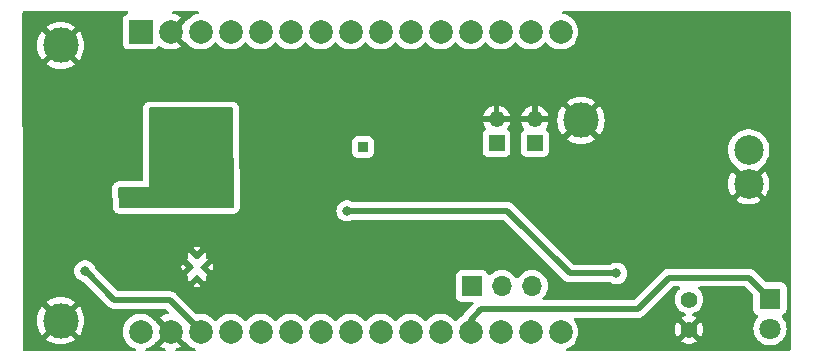
<source format=gbr>
%TF.GenerationSoftware,KiCad,Pcbnew,(7.0.0)*%
%TF.CreationDate,2023-04-17T14:45:16+03:00*%
%TF.ProjectId,sensor_system,73656e73-6f72-45f7-9379-7374656d2e6b,rev?*%
%TF.SameCoordinates,Original*%
%TF.FileFunction,Copper,L2,Bot*%
%TF.FilePolarity,Positive*%
%FSLAX46Y46*%
G04 Gerber Fmt 4.6, Leading zero omitted, Abs format (unit mm)*
G04 Created by KiCad (PCBNEW (7.0.0)) date 2023-04-17 14:45:16*
%MOMM*%
%LPD*%
G01*
G04 APERTURE LIST*
%TA.AperFunction,ComponentPad*%
%ADD10R,0.850000X0.850000*%
%TD*%
%TA.AperFunction,ComponentPad*%
%ADD11C,3.000000*%
%TD*%
%TA.AperFunction,ComponentPad*%
%ADD12R,1.700000X1.700000*%
%TD*%
%TA.AperFunction,ComponentPad*%
%ADD13O,1.700000X1.700000*%
%TD*%
%TA.AperFunction,ComponentPad*%
%ADD14R,1.350000X1.350000*%
%TD*%
%TA.AperFunction,ComponentPad*%
%ADD15O,1.350000X1.350000*%
%TD*%
%TA.AperFunction,ComponentPad*%
%ADD16C,1.400000*%
%TD*%
%TA.AperFunction,ComponentPad*%
%ADD17C,0.500000*%
%TD*%
%TA.AperFunction,ComponentPad*%
%ADD18R,1.800000X1.800000*%
%TD*%
%TA.AperFunction,ComponentPad*%
%ADD19C,1.800000*%
%TD*%
%TA.AperFunction,ComponentPad*%
%ADD20R,2.000000X2.000000*%
%TD*%
%TA.AperFunction,ComponentPad*%
%ADD21C,2.000000*%
%TD*%
%TA.AperFunction,ComponentPad*%
%ADD22C,2.500000*%
%TD*%
%TA.AperFunction,ViaPad*%
%ADD23C,0.800000*%
%TD*%
%TA.AperFunction,Conductor*%
%ADD24C,0.500000*%
%TD*%
G04 APERTURE END LIST*
D10*
%TO.P,TP1,1,1*%
%TO.N,Net-(D10-A)*%
X123449999Y-35399999D03*
%TD*%
D11*
%TO.P,,*%
%TO.N,Earth*%
X97850000Y-50100000D03*
%TD*%
D12*
%TO.P,SW1,1,A*%
%TO.N,Net-(Q2-E)*%
X132659999Y-47149999D03*
D13*
%TO.P,SW1,2,B*%
%TO.N,Net-(BT1-+)*%
X135199999Y-47149999D03*
%TO.P,SW1,3,C*%
%TO.N,unconnected-(SW1A-C-Pad3)*%
X137739999Y-47149999D03*
%TD*%
D14*
%TO.P,TH1,1*%
%TO.N,Net-(U3-THERM)*%
X137999999Y-35049999D03*
D15*
%TO.P,TH1,2*%
%TO.N,Earth*%
X137999999Y-33049999D03*
%TD*%
D16*
%TO.P,J2,1,Pin_1*%
%TO.N,Earth*%
X151050000Y-50850000D03*
%TO.P,J2,2,Pin_2*%
%TO.N,Net-(D4-A)*%
X151050000Y-48310000D03*
%TD*%
D11*
%TO.P,,*%
%TO.N,Earth*%
X97850000Y-26800000D03*
%TD*%
D17*
%TO.P,U7,11,PGND*%
%TO.N,Earth*%
X109975000Y-45550000D03*
X109400000Y-46500000D03*
X109400000Y-44600000D03*
X108825000Y-45550000D03*
%TD*%
D11*
%TO.P,,*%
%TO.N,Earth*%
X141900000Y-33150000D03*
%TD*%
D18*
%TO.P,D9,1,K*%
%TO.N,Net-(D9-K)*%
X157899999Y-48229999D03*
D19*
%TO.P,D9,2,A*%
%TO.N,3V3*%
X157900000Y-50770000D03*
%TD*%
D14*
%TO.P,BT1,1,+*%
%TO.N,Net-(BT1-+)*%
X134749999Y-35049999D03*
D15*
%TO.P,BT1,2,-*%
%TO.N,Earth*%
X134749999Y-33049999D03*
%TD*%
D20*
%TO.P,U5,1,3V3*%
%TO.N,3V3*%
X104609999Y-25629999D03*
D21*
%TO.P,U5,2,GND*%
%TO.N,Earth*%
X107150000Y-25630000D03*
%TO.P,U5,3,D15*%
%TO.N,unconnected-(U5-D15-Pad3)*%
X109690000Y-25630000D03*
%TO.P,U5,4,D2*%
%TO.N,unconnected-(U5-D2-Pad4)*%
X112230000Y-25630000D03*
%TO.P,U5,5,D4*%
%TO.N,unconnected-(U5-D4-Pad5)*%
X114770000Y-25630000D03*
%TO.P,U5,6,RX2*%
%TO.N,unconnected-(U5-RX2-Pad6)*%
X117310000Y-25630000D03*
%TO.P,U5,7,TX2*%
%TO.N,unconnected-(U5-TX2-Pad7)*%
X119850000Y-25630000D03*
%TO.P,U5,8,D5*%
%TO.N,unconnected-(U5-D5-Pad8)*%
X122390000Y-25630000D03*
%TO.P,U5,9,D18*%
%TO.N,unconnected-(U5-D18-Pad9)*%
X124930000Y-25630000D03*
%TO.P,U5,10,D19*%
%TO.N,unconnected-(U5-D19-Pad10)*%
X127470000Y-25630000D03*
%TO.P,U5,11,D21*%
%TO.N,SDA*%
X130010000Y-25630000D03*
%TO.P,U5,12,RX0*%
%TO.N,unconnected-(U5-RX0-Pad12)*%
X132550000Y-25630000D03*
%TO.P,U5,13,TX0*%
%TO.N,unconnected-(U5-TX0-Pad13)*%
X135090000Y-25630000D03*
%TO.P,U5,14,D22*%
%TO.N,SCL*%
X137630000Y-25630000D03*
%TO.P,U5,15,D23*%
%TO.N,unconnected-(U5-D23-Pad15)*%
X140170000Y-25630000D03*
%TO.P,U5,16,EN*%
%TO.N,unconnected-(U5-EN-Pad16)*%
X140170000Y-51030000D03*
%TO.P,U5,17,VP*%
%TO.N,unconnected-(U5-VP-Pad17)*%
X137630000Y-51030000D03*
%TO.P,U5,18,VN*%
%TO.N,unconnected-(U5-VN-Pad18)*%
X135090000Y-51030000D03*
%TO.P,U5,19,D34*%
%TO.N,Net-(D9-K)*%
X132550000Y-51030000D03*
%TO.P,U5,20,D35*%
%TO.N,unconnected-(U5-D35-Pad20)*%
X130010000Y-51030000D03*
%TO.P,U5,21,D32*%
%TO.N,unconnected-(U5-D32-Pad21)*%
X127470000Y-51030000D03*
%TO.P,U5,22,D33*%
%TO.N,unconnected-(U5-D33-Pad22)*%
X124930000Y-51030000D03*
%TO.P,U5,23,D25*%
%TO.N,unconnected-(U5-D25-Pad23)*%
X122390000Y-51030000D03*
%TO.P,U5,24,D26*%
%TO.N,unconnected-(U5-D26-Pad24)*%
X119850000Y-51030000D03*
%TO.P,U5,25,D27*%
%TO.N,unconnected-(U5-D27-Pad25)*%
X117310000Y-51030000D03*
%TO.P,U5,26,D14*%
%TO.N,unconnected-(U5-D14-Pad26)*%
X114770000Y-51030000D03*
%TO.P,U5,27,D12*%
%TO.N,unconnected-(U5-D12-Pad27)*%
X112230000Y-51030000D03*
%TO.P,U5,28,D13*%
%TO.N,Soil*%
X109690000Y-51030000D03*
%TO.P,U5,29,GND*%
%TO.N,Earth*%
X107150000Y-51030000D03*
%TO.P,U5,30,VIN*%
%TO.N,/power_supply/5V*%
X104610000Y-51030000D03*
%TD*%
D22*
%TO.P,J1,1,Pin_1*%
%TO.N,Earth*%
X156100000Y-38490000D03*
%TO.P,J1,2,Pin_2*%
%TO.N,Net-(D3-A)*%
X156100000Y-35650000D03*
%TD*%
D23*
%TO.N,3V*%
X108850000Y-34350000D03*
X106350000Y-39550000D03*
%TO.N,Earth*%
X103100000Y-42000000D03*
X124250000Y-48900000D03*
X129550000Y-48800000D03*
X99900000Y-44500000D03*
X107900000Y-31100000D03*
X119500000Y-33900000D03*
X126950000Y-48900000D03*
X116900000Y-38350000D03*
X153900000Y-25850000D03*
X115150000Y-36950000D03*
X103850000Y-34350000D03*
X144900000Y-47750000D03*
X119450000Y-31800000D03*
X96000000Y-34250000D03*
X151700000Y-25850000D03*
X155000000Y-33350000D03*
X102500000Y-44400000D03*
%TO.N,Soil*%
X99900000Y-45900000D03*
%TO.N,Net-(D10-A)*%
X122100000Y-40800000D03*
X144900000Y-46100000D03*
%TD*%
D24*
%TO.N,Soil*%
X99950000Y-45900000D02*
X102400000Y-48350000D01*
X102400000Y-48350000D02*
X107065000Y-48350000D01*
X107065000Y-48350000D02*
X109615000Y-50900000D01*
%TO.N,Net-(D10-A)*%
X135650000Y-40800000D02*
X122100000Y-40800000D01*
X122100000Y-40800000D02*
X122050000Y-40800000D01*
X144900000Y-46100000D02*
X140950000Y-46100000D01*
X140950000Y-46100000D02*
X135650000Y-40800000D01*
%TO.N,Net-(D9-K)*%
X133450000Y-49100000D02*
X146700000Y-49100000D01*
X156120000Y-46450000D02*
X157900000Y-48230000D01*
X132550000Y-50000000D02*
X133450000Y-49100000D01*
X149350000Y-46450000D02*
X156120000Y-46450000D01*
X157930000Y-48230000D02*
X157900000Y-48230000D01*
X132550000Y-51030000D02*
X132550000Y-50000000D01*
X146700000Y-49100000D02*
X149350000Y-46450000D01*
X157900000Y-48230000D02*
X157800000Y-48330000D01*
%TD*%
%TA.AperFunction,Conductor*%
%TO.N,3V*%
G36*
X112388516Y-32066491D02*
G01*
X112433870Y-32111579D01*
X112450725Y-32173271D01*
X112499266Y-40425271D01*
X112482897Y-40487578D01*
X112437478Y-40533265D01*
X112375268Y-40550000D01*
X102870507Y-40550000D01*
X102809532Y-40533973D01*
X102764320Y-40490034D01*
X102746558Y-40429541D01*
X102703644Y-38927541D01*
X102719045Y-38864056D01*
X102764573Y-38817208D01*
X102827593Y-38800000D01*
X105283674Y-38800000D01*
X105300000Y-38800000D01*
X105300000Y-32174000D01*
X105316613Y-32112000D01*
X105362000Y-32066613D01*
X105424000Y-32050000D01*
X112326727Y-32050000D01*
X112388516Y-32066491D01*
G37*
%TD.AperFunction*%
%TD*%
%TA.AperFunction,Conductor*%
%TO.N,Earth*%
G36*
X103511930Y-23919238D02*
G01*
X103557665Y-23969789D01*
X103569768Y-24036875D01*
X103544583Y-24100221D01*
X103489720Y-24140682D01*
X103375980Y-24183104D01*
X103375978Y-24183104D01*
X103367669Y-24186204D01*
X103360572Y-24191516D01*
X103360568Y-24191519D01*
X103259550Y-24267141D01*
X103259546Y-24267144D01*
X103252454Y-24272454D01*
X103247144Y-24279546D01*
X103247141Y-24279550D01*
X103171519Y-24380568D01*
X103171518Y-24380570D01*
X103166204Y-24387669D01*
X103163104Y-24395978D01*
X103163104Y-24395980D01*
X103118620Y-24515247D01*
X103118619Y-24515250D01*
X103115909Y-24522517D01*
X103115079Y-24530227D01*
X103115079Y-24530232D01*
X103109855Y-24578819D01*
X103109854Y-24578831D01*
X103109500Y-24582127D01*
X103109500Y-24585448D01*
X103109500Y-24585449D01*
X103109500Y-26674560D01*
X103109500Y-26674578D01*
X103109501Y-26677872D01*
X103109853Y-26681150D01*
X103109854Y-26681161D01*
X103115079Y-26729768D01*
X103115080Y-26729773D01*
X103115909Y-26737483D01*
X103118619Y-26744749D01*
X103118620Y-26744753D01*
X103140874Y-26804418D01*
X103166204Y-26872331D01*
X103171518Y-26879429D01*
X103171519Y-26879431D01*
X103177425Y-26887321D01*
X103252454Y-26987546D01*
X103367669Y-27073796D01*
X103502517Y-27124091D01*
X103562127Y-27130500D01*
X105657872Y-27130499D01*
X105717483Y-27124091D01*
X105852331Y-27073796D01*
X105967546Y-26987546D01*
X106053796Y-26872331D01*
X106056896Y-26864017D01*
X106057507Y-26862900D01*
X106092495Y-26822710D01*
X106141120Y-26800915D01*
X106194403Y-26801540D01*
X106242504Y-26824470D01*
X106322718Y-26886903D01*
X106331276Y-26892495D01*
X106540885Y-27005929D01*
X106550239Y-27010032D01*
X106775656Y-27087417D01*
X106785568Y-27089928D01*
X107020643Y-27129155D01*
X107030839Y-27130000D01*
X107269161Y-27130000D01*
X107279356Y-27129155D01*
X107514431Y-27089928D01*
X107524343Y-27087417D01*
X107749760Y-27010032D01*
X107759114Y-27005929D01*
X107968723Y-26892495D01*
X107977281Y-26886903D01*
X108006146Y-26864437D01*
X108014250Y-26853250D01*
X108007589Y-26841142D01*
X106884128Y-25717681D01*
X106852034Y-25662094D01*
X106852034Y-25597906D01*
X106884128Y-25542319D01*
X107150000Y-25276447D01*
X108007590Y-24418855D01*
X108014250Y-24406749D01*
X108006143Y-24395559D01*
X107977286Y-24373099D01*
X107968719Y-24367503D01*
X107759114Y-24254070D01*
X107749760Y-24249967D01*
X107524343Y-24172582D01*
X107514431Y-24170071D01*
X107375025Y-24146809D01*
X107319273Y-24122353D01*
X107281879Y-24074310D01*
X107271859Y-24014260D01*
X107291626Y-23956678D01*
X107336418Y-23915445D01*
X107395435Y-23900500D01*
X109441527Y-23900500D01*
X109500545Y-23915445D01*
X109545336Y-23956679D01*
X109565103Y-24014260D01*
X109555083Y-24074311D01*
X109517689Y-24122354D01*
X109461936Y-24146809D01*
X109325443Y-24169585D01*
X109325441Y-24169585D01*
X109320386Y-24170429D01*
X109315541Y-24172092D01*
X109315534Y-24172094D01*
X109090037Y-24249507D01*
X109090026Y-24249511D01*
X109085190Y-24251172D01*
X109080693Y-24253605D01*
X109080683Y-24253610D01*
X108871002Y-24367084D01*
X108870995Y-24367088D01*
X108866491Y-24369526D01*
X108862448Y-24372672D01*
X108862440Y-24372678D01*
X108674304Y-24519111D01*
X108670256Y-24522262D01*
X108666793Y-24526023D01*
X108666784Y-24526032D01*
X108505306Y-24701444D01*
X108505298Y-24701454D01*
X108501836Y-24705215D01*
X108499033Y-24709503D01*
X108495883Y-24713553D01*
X108495013Y-24712876D01*
X108461317Y-24745693D01*
X108410279Y-24763353D01*
X108390051Y-24761201D01*
X108374481Y-24763061D01*
X108363653Y-24769898D01*
X107515095Y-25618457D01*
X107508431Y-25630000D01*
X107515095Y-25641542D01*
X108363653Y-26490100D01*
X108374481Y-26496937D01*
X108390056Y-26498797D01*
X108410282Y-26496646D01*
X108461336Y-26514317D01*
X108495003Y-26547124D01*
X108495879Y-26546443D01*
X108499036Y-26550499D01*
X108501836Y-26554785D01*
X108505301Y-26558549D01*
X108505305Y-26558554D01*
X108666784Y-26733967D01*
X108666787Y-26733970D01*
X108670256Y-26737738D01*
X108866491Y-26890474D01*
X109085190Y-27008828D01*
X109320386Y-27089571D01*
X109565665Y-27130500D01*
X109809201Y-27130500D01*
X109814335Y-27130500D01*
X110059614Y-27089571D01*
X110294810Y-27008828D01*
X110513509Y-26890474D01*
X110709744Y-26737738D01*
X110868771Y-26564988D01*
X110926259Y-26529651D01*
X110993741Y-26529651D01*
X111051228Y-26564988D01*
X111129696Y-26650226D01*
X111206784Y-26733967D01*
X111206787Y-26733970D01*
X111210256Y-26737738D01*
X111406491Y-26890474D01*
X111625190Y-27008828D01*
X111860386Y-27089571D01*
X112105665Y-27130500D01*
X112349201Y-27130500D01*
X112354335Y-27130500D01*
X112599614Y-27089571D01*
X112834810Y-27008828D01*
X113053509Y-26890474D01*
X113249744Y-26737738D01*
X113408771Y-26564988D01*
X113466259Y-26529651D01*
X113533741Y-26529651D01*
X113591228Y-26564988D01*
X113669696Y-26650226D01*
X113746784Y-26733967D01*
X113746787Y-26733970D01*
X113750256Y-26737738D01*
X113946491Y-26890474D01*
X114165190Y-27008828D01*
X114400386Y-27089571D01*
X114645665Y-27130500D01*
X114889201Y-27130500D01*
X114894335Y-27130500D01*
X115139614Y-27089571D01*
X115374810Y-27008828D01*
X115593509Y-26890474D01*
X115789744Y-26737738D01*
X115948771Y-26564988D01*
X116006259Y-26529651D01*
X116073741Y-26529651D01*
X116131228Y-26564988D01*
X116209696Y-26650226D01*
X116286784Y-26733967D01*
X116286787Y-26733970D01*
X116290256Y-26737738D01*
X116486491Y-26890474D01*
X116705190Y-27008828D01*
X116940386Y-27089571D01*
X117185665Y-27130500D01*
X117429201Y-27130500D01*
X117434335Y-27130500D01*
X117679614Y-27089571D01*
X117914810Y-27008828D01*
X118133509Y-26890474D01*
X118329744Y-26737738D01*
X118488771Y-26564988D01*
X118546259Y-26529651D01*
X118613741Y-26529651D01*
X118671228Y-26564988D01*
X118749696Y-26650226D01*
X118826784Y-26733967D01*
X118826787Y-26733970D01*
X118830256Y-26737738D01*
X119026491Y-26890474D01*
X119245190Y-27008828D01*
X119480386Y-27089571D01*
X119725665Y-27130500D01*
X119969201Y-27130500D01*
X119974335Y-27130500D01*
X120219614Y-27089571D01*
X120454810Y-27008828D01*
X120673509Y-26890474D01*
X120869744Y-26737738D01*
X121028771Y-26564988D01*
X121086259Y-26529651D01*
X121153741Y-26529651D01*
X121211228Y-26564988D01*
X121289696Y-26650226D01*
X121366784Y-26733967D01*
X121366787Y-26733970D01*
X121370256Y-26737738D01*
X121566491Y-26890474D01*
X121785190Y-27008828D01*
X122020386Y-27089571D01*
X122265665Y-27130500D01*
X122509201Y-27130500D01*
X122514335Y-27130500D01*
X122759614Y-27089571D01*
X122994810Y-27008828D01*
X123213509Y-26890474D01*
X123409744Y-26737738D01*
X123568771Y-26564988D01*
X123626259Y-26529651D01*
X123693741Y-26529651D01*
X123751228Y-26564988D01*
X123829696Y-26650226D01*
X123906784Y-26733967D01*
X123906787Y-26733970D01*
X123910256Y-26737738D01*
X124106491Y-26890474D01*
X124325190Y-27008828D01*
X124560386Y-27089571D01*
X124805665Y-27130500D01*
X125049201Y-27130500D01*
X125054335Y-27130500D01*
X125299614Y-27089571D01*
X125534810Y-27008828D01*
X125753509Y-26890474D01*
X125949744Y-26737738D01*
X126108771Y-26564988D01*
X126166259Y-26529651D01*
X126233741Y-26529651D01*
X126291228Y-26564988D01*
X126369696Y-26650226D01*
X126446784Y-26733967D01*
X126446787Y-26733970D01*
X126450256Y-26737738D01*
X126646491Y-26890474D01*
X126865190Y-27008828D01*
X127100386Y-27089571D01*
X127345665Y-27130500D01*
X127589201Y-27130500D01*
X127594335Y-27130500D01*
X127839614Y-27089571D01*
X128074810Y-27008828D01*
X128293509Y-26890474D01*
X128489744Y-26737738D01*
X128648771Y-26564988D01*
X128706259Y-26529651D01*
X128773741Y-26529651D01*
X128831228Y-26564988D01*
X128909696Y-26650226D01*
X128986784Y-26733967D01*
X128986787Y-26733970D01*
X128990256Y-26737738D01*
X129186491Y-26890474D01*
X129405190Y-27008828D01*
X129640386Y-27089571D01*
X129885665Y-27130500D01*
X130129201Y-27130500D01*
X130134335Y-27130500D01*
X130379614Y-27089571D01*
X130614810Y-27008828D01*
X130833509Y-26890474D01*
X131029744Y-26737738D01*
X131188771Y-26564988D01*
X131246259Y-26529651D01*
X131313741Y-26529651D01*
X131371228Y-26564988D01*
X131449696Y-26650226D01*
X131526784Y-26733967D01*
X131526787Y-26733970D01*
X131530256Y-26737738D01*
X131726491Y-26890474D01*
X131945190Y-27008828D01*
X132180386Y-27089571D01*
X132425665Y-27130500D01*
X132669201Y-27130500D01*
X132674335Y-27130500D01*
X132919614Y-27089571D01*
X133154810Y-27008828D01*
X133373509Y-26890474D01*
X133569744Y-26737738D01*
X133728771Y-26564988D01*
X133786259Y-26529651D01*
X133853741Y-26529651D01*
X133911228Y-26564988D01*
X133989696Y-26650226D01*
X134066784Y-26733967D01*
X134066787Y-26733970D01*
X134070256Y-26737738D01*
X134266491Y-26890474D01*
X134485190Y-27008828D01*
X134720386Y-27089571D01*
X134965665Y-27130500D01*
X135209201Y-27130500D01*
X135214335Y-27130500D01*
X135459614Y-27089571D01*
X135694810Y-27008828D01*
X135913509Y-26890474D01*
X136109744Y-26737738D01*
X136268771Y-26564988D01*
X136326259Y-26529651D01*
X136393741Y-26529651D01*
X136451228Y-26564988D01*
X136529696Y-26650226D01*
X136606784Y-26733967D01*
X136606787Y-26733970D01*
X136610256Y-26737738D01*
X136806491Y-26890474D01*
X137025190Y-27008828D01*
X137260386Y-27089571D01*
X137505665Y-27130500D01*
X137749201Y-27130500D01*
X137754335Y-27130500D01*
X137999614Y-27089571D01*
X138234810Y-27008828D01*
X138453509Y-26890474D01*
X138649744Y-26737738D01*
X138808771Y-26564988D01*
X138866259Y-26529651D01*
X138933741Y-26529651D01*
X138991228Y-26564988D01*
X139069696Y-26650226D01*
X139146784Y-26733967D01*
X139146787Y-26733970D01*
X139150256Y-26737738D01*
X139346491Y-26890474D01*
X139565190Y-27008828D01*
X139800386Y-27089571D01*
X140045665Y-27130500D01*
X140289201Y-27130500D01*
X140294335Y-27130500D01*
X140539614Y-27089571D01*
X140774810Y-27008828D01*
X140993509Y-26890474D01*
X141189744Y-26737738D01*
X141358164Y-26554785D01*
X141494173Y-26346607D01*
X141594063Y-26118881D01*
X141655108Y-25877821D01*
X141675643Y-25630000D01*
X141655108Y-25382179D01*
X141594063Y-25141119D01*
X141494173Y-24913393D01*
X141469201Y-24875171D01*
X141422740Y-24804057D01*
X141358164Y-24705215D01*
X141244854Y-24582127D01*
X141193215Y-24526032D01*
X141193211Y-24526029D01*
X141189744Y-24522262D01*
X141016819Y-24387669D01*
X140997559Y-24372678D01*
X140997557Y-24372676D01*
X140993509Y-24369526D01*
X140988997Y-24367084D01*
X140779316Y-24253610D01*
X140779310Y-24253607D01*
X140774810Y-24251172D01*
X140769969Y-24249510D01*
X140769962Y-24249507D01*
X140544465Y-24172094D01*
X140544461Y-24172093D01*
X140539614Y-24170429D01*
X140398063Y-24146808D01*
X140342311Y-24122354D01*
X140304917Y-24074311D01*
X140294897Y-24014260D01*
X140314664Y-23956679D01*
X140359455Y-23915445D01*
X140418473Y-23900500D01*
X159575500Y-23900500D01*
X159637500Y-23917113D01*
X159682887Y-23962500D01*
X159699500Y-24024500D01*
X159699500Y-24187500D01*
X159669293Y-41556569D01*
X159650215Y-52526311D01*
X159633546Y-52588192D01*
X159588208Y-52633486D01*
X159526310Y-52650095D01*
X140773188Y-52664520D01*
X140707061Y-52645476D01*
X140661270Y-52594108D01*
X140649918Y-52526237D01*
X140676501Y-52462764D01*
X140732828Y-52423240D01*
X140774810Y-52408828D01*
X140993509Y-52290474D01*
X141189744Y-52137738D01*
X141358164Y-51954785D01*
X141422431Y-51856417D01*
X150400658Y-51856417D01*
X150408595Y-51864263D01*
X150507951Y-51925782D01*
X150518163Y-51930867D01*
X150714851Y-52007064D01*
X150725834Y-52010189D01*
X150933173Y-52048947D01*
X150944533Y-52050000D01*
X151155467Y-52050000D01*
X151166826Y-52048947D01*
X151374165Y-52010189D01*
X151385148Y-52007064D01*
X151581830Y-51930869D01*
X151592055Y-51925777D01*
X151691402Y-51864263D01*
X151699340Y-51856417D01*
X151693410Y-51846963D01*
X151061542Y-51215095D01*
X151050000Y-51208431D01*
X151038457Y-51215095D01*
X150406588Y-51846963D01*
X150400658Y-51856417D01*
X141422431Y-51856417D01*
X141494173Y-51746607D01*
X141594063Y-51518881D01*
X141655108Y-51277821D01*
X141675643Y-51030000D01*
X141661201Y-50855709D01*
X149845388Y-50855709D01*
X149864850Y-51065736D01*
X149866948Y-51076958D01*
X149924670Y-51279832D01*
X149928793Y-51290477D01*
X150022813Y-51479295D01*
X150028822Y-51489000D01*
X150030419Y-51491113D01*
X150041549Y-51499385D01*
X150053713Y-51492732D01*
X150684904Y-50861542D01*
X150691568Y-50849999D01*
X151408431Y-50849999D01*
X151415095Y-50861542D01*
X152046285Y-51492732D01*
X152058450Y-51499386D01*
X152069578Y-51491116D01*
X152071177Y-51488999D01*
X152077186Y-51479295D01*
X152171206Y-51290477D01*
X152175329Y-51279832D01*
X152233051Y-51076958D01*
X152235149Y-51065736D01*
X152254612Y-50855709D01*
X152254612Y-50844291D01*
X152235149Y-50634263D01*
X152233051Y-50623041D01*
X152175329Y-50420167D01*
X152171206Y-50409522D01*
X152077186Y-50220704D01*
X152071179Y-50211002D01*
X152069579Y-50208884D01*
X152058449Y-50200613D01*
X152046285Y-50207266D01*
X151415095Y-50838457D01*
X151408431Y-50849999D01*
X150691568Y-50849999D01*
X150684904Y-50838457D01*
X150053715Y-50207268D01*
X150041548Y-50200613D01*
X150030420Y-50208884D01*
X150028821Y-50211001D01*
X150022814Y-50220703D01*
X149928793Y-50409522D01*
X149924670Y-50420167D01*
X149866948Y-50623041D01*
X149864850Y-50634263D01*
X149845388Y-50844291D01*
X149845388Y-50855709D01*
X141661201Y-50855709D01*
X141655108Y-50782179D01*
X141594063Y-50541119D01*
X141494173Y-50313393D01*
X141433616Y-50220704D01*
X141396146Y-50163351D01*
X141358164Y-50105215D01*
X141315143Y-50058482D01*
X141287241Y-50008898D01*
X141284419Y-49952071D01*
X141307275Y-49899966D01*
X141350994Y-49863554D01*
X141406374Y-49850500D01*
X146636293Y-49850500D01*
X146654264Y-49851809D01*
X146658160Y-49852379D01*
X146678023Y-49855289D01*
X146727368Y-49850972D01*
X146738176Y-49850500D01*
X146740100Y-49850500D01*
X146743709Y-49850500D01*
X146774550Y-49846894D01*
X146778031Y-49846539D01*
X146852797Y-49839999D01*
X146859653Y-49837726D01*
X146863043Y-49837027D01*
X146863375Y-49836973D01*
X146863728Y-49836873D01*
X146867071Y-49836080D01*
X146874255Y-49835241D01*
X146944760Y-49809579D01*
X146948118Y-49808412D01*
X147019334Y-49784814D01*
X147025486Y-49781018D01*
X147028607Y-49779564D01*
X147028929Y-49779430D01*
X147029238Y-49779258D01*
X147032315Y-49777712D01*
X147039117Y-49775237D01*
X147101837Y-49733984D01*
X147104732Y-49732140D01*
X147168656Y-49692712D01*
X147173763Y-49687603D01*
X147176476Y-49685459D01*
X147176758Y-49685254D01*
X147177029Y-49685007D01*
X147179659Y-49682799D01*
X147185696Y-49678830D01*
X147237185Y-49624253D01*
X147239629Y-49621737D01*
X149624548Y-47236819D01*
X149664777Y-47209939D01*
X149712230Y-47200500D01*
X150165021Y-47200500D01*
X150222334Y-47214540D01*
X150266669Y-47253481D01*
X150287985Y-47308504D01*
X150281456Y-47367149D01*
X150248560Y-47416135D01*
X150159019Y-47497764D01*
X150155570Y-47502330D01*
X150155561Y-47502341D01*
X150028394Y-47670738D01*
X150028387Y-47670748D01*
X150024942Y-47675311D01*
X150022392Y-47680431D01*
X150022387Y-47680440D01*
X149928325Y-47869341D01*
X149928321Y-47869349D01*
X149925771Y-47874472D01*
X149924205Y-47879975D01*
X149924201Y-47879986D01*
X149866454Y-48082949D01*
X149864885Y-48088464D01*
X149864356Y-48094169D01*
X149864356Y-48094171D01*
X149850627Y-48242331D01*
X149844357Y-48310000D01*
X149844886Y-48315709D01*
X149863828Y-48520135D01*
X149864885Y-48531536D01*
X149866454Y-48537050D01*
X149924201Y-48740013D01*
X149924204Y-48740021D01*
X149925771Y-48745528D01*
X149928323Y-48750653D01*
X149928325Y-48750658D01*
X150022387Y-48939559D01*
X150022389Y-48939563D01*
X150024942Y-48944689D01*
X150028391Y-48949256D01*
X150028394Y-48949261D01*
X150155561Y-49117658D01*
X150155566Y-49117663D01*
X150159019Y-49122236D01*
X150163255Y-49126097D01*
X150163259Y-49126102D01*
X150223677Y-49181180D01*
X150323438Y-49272124D01*
X150512599Y-49389247D01*
X150707214Y-49464641D01*
X150755583Y-49498436D01*
X150782857Y-49550763D01*
X150782857Y-49609771D01*
X150755583Y-49662097D01*
X150707212Y-49695893D01*
X150518173Y-49769127D01*
X150507950Y-49774218D01*
X150408594Y-49835736D01*
X150400659Y-49843581D01*
X150406589Y-49853036D01*
X151038457Y-50484904D01*
X151050000Y-50491568D01*
X151061542Y-50484904D01*
X151693409Y-49853036D01*
X151699339Y-49843581D01*
X151691403Y-49835736D01*
X151592049Y-49774218D01*
X151581827Y-49769128D01*
X151392787Y-49695893D01*
X151344416Y-49662097D01*
X151317142Y-49609771D01*
X151317142Y-49550763D01*
X151344416Y-49498436D01*
X151392783Y-49464642D01*
X151587401Y-49389247D01*
X151776562Y-49272124D01*
X151940981Y-49122236D01*
X152075058Y-48944689D01*
X152174229Y-48745528D01*
X152235115Y-48531536D01*
X152255643Y-48310000D01*
X152235115Y-48088464D01*
X152174229Y-47874472D01*
X152075058Y-47675311D01*
X152050809Y-47643200D01*
X151944438Y-47502341D01*
X151944434Y-47502337D01*
X151940981Y-47497764D01*
X151851439Y-47416135D01*
X151818544Y-47367149D01*
X151812015Y-47308504D01*
X151833331Y-47253481D01*
X151877666Y-47214540D01*
X151934979Y-47200500D01*
X155757770Y-47200500D01*
X155805223Y-47209939D01*
X155845451Y-47236819D01*
X156463181Y-47854548D01*
X156490061Y-47894776D01*
X156499500Y-47942229D01*
X156499500Y-49174560D01*
X156499500Y-49174578D01*
X156499501Y-49177872D01*
X156499853Y-49181150D01*
X156499854Y-49181161D01*
X156505079Y-49229768D01*
X156505080Y-49229773D01*
X156505909Y-49237483D01*
X156508619Y-49244749D01*
X156508620Y-49244753D01*
X156515485Y-49263158D01*
X156556204Y-49372331D01*
X156561518Y-49379430D01*
X156561519Y-49379431D01*
X156625306Y-49464640D01*
X156642454Y-49487546D01*
X156757669Y-49573796D01*
X156812225Y-49594144D01*
X156837904Y-49603722D01*
X156887440Y-49637737D01*
X156915166Y-49691047D01*
X156914574Y-49751133D01*
X156885801Y-49803886D01*
X156794496Y-49903070D01*
X156794485Y-49903083D01*
X156791021Y-49906847D01*
X156788226Y-49911124D01*
X156788219Y-49911134D01*
X156691952Y-50058483D01*
X156664076Y-50101151D01*
X156662021Y-50105835D01*
X156662016Y-50105845D01*
X156607349Y-50230474D01*
X156570843Y-50313700D01*
X156569585Y-50318665D01*
X156569584Y-50318670D01*
X156515125Y-50533720D01*
X156515123Y-50533729D01*
X156513866Y-50538695D01*
X156513442Y-50543802D01*
X156513441Y-50543813D01*
X156503065Y-50669047D01*
X156494700Y-50770000D01*
X156495124Y-50775117D01*
X156513441Y-50996186D01*
X156513442Y-50996195D01*
X156513866Y-51001305D01*
X156515123Y-51006272D01*
X156515125Y-51006279D01*
X156522428Y-51035117D01*
X156570843Y-51226300D01*
X156572903Y-51230996D01*
X156662016Y-51434154D01*
X156662019Y-51434159D01*
X156664076Y-51438849D01*
X156719432Y-51523577D01*
X156788219Y-51628865D01*
X156788222Y-51628869D01*
X156791021Y-51633153D01*
X156948216Y-51803913D01*
X157131374Y-51946470D01*
X157335497Y-52056936D01*
X157555019Y-52132298D01*
X157783951Y-52170500D01*
X158010916Y-52170500D01*
X158016049Y-52170500D01*
X158244981Y-52132298D01*
X158464503Y-52056936D01*
X158668626Y-51946470D01*
X158851784Y-51803913D01*
X159008979Y-51633153D01*
X159135924Y-51438849D01*
X159229157Y-51226300D01*
X159286134Y-51001305D01*
X159305300Y-50770000D01*
X159286134Y-50538695D01*
X159229157Y-50313700D01*
X159135924Y-50101151D01*
X159019050Y-49922262D01*
X159011780Y-49911134D01*
X159011778Y-49911132D01*
X159008979Y-49906847D01*
X158914197Y-49803886D01*
X158885425Y-49751134D01*
X158884833Y-49691047D01*
X158912560Y-49637737D01*
X158962095Y-49603722D01*
X158963165Y-49603323D01*
X159042331Y-49573796D01*
X159157546Y-49487546D01*
X159243796Y-49372331D01*
X159294091Y-49237483D01*
X159300500Y-49177873D01*
X159300499Y-47282128D01*
X159294091Y-47222517D01*
X159243796Y-47087669D01*
X159157546Y-46972454D01*
X159080252Y-46914592D01*
X159049431Y-46891519D01*
X159049430Y-46891518D01*
X159042331Y-46886204D01*
X158952593Y-46852734D01*
X158914752Y-46838620D01*
X158914750Y-46838619D01*
X158907483Y-46835909D01*
X158899770Y-46835079D01*
X158899767Y-46835079D01*
X158851180Y-46829855D01*
X158851169Y-46829854D01*
X158847873Y-46829500D01*
X158844551Y-46829500D01*
X157612230Y-46829500D01*
X157564777Y-46820061D01*
X157524549Y-46793181D01*
X156695729Y-45964361D01*
X156683947Y-45950727D01*
X156673925Y-45937265D01*
X156673921Y-45937261D01*
X156669610Y-45931470D01*
X156631667Y-45899631D01*
X156623691Y-45892323D01*
X156622329Y-45890961D01*
X156619777Y-45888409D01*
X156616953Y-45886176D01*
X156616944Y-45886168D01*
X156595445Y-45869170D01*
X156592674Y-45866913D01*
X156535214Y-45818698D01*
X156528760Y-45815456D01*
X156525859Y-45813548D01*
X156525588Y-45813352D01*
X156525292Y-45813187D01*
X156522339Y-45811366D01*
X156516677Y-45806889D01*
X156510134Y-45803838D01*
X156510131Y-45803836D01*
X156448692Y-45775186D01*
X156445446Y-45773615D01*
X156440205Y-45770983D01*
X156378433Y-45739960D01*
X156371409Y-45738295D01*
X156368151Y-45737109D01*
X156367832Y-45736977D01*
X156367504Y-45736884D01*
X156364218Y-45735795D01*
X156357673Y-45732743D01*
X156350604Y-45731283D01*
X156350600Y-45731282D01*
X156284212Y-45717574D01*
X156280691Y-45716794D01*
X156214741Y-45701163D01*
X156214734Y-45701162D01*
X156207721Y-45699500D01*
X156200510Y-45699500D01*
X156197061Y-45699097D01*
X156196727Y-45699043D01*
X156196374Y-45699028D01*
X156192929Y-45698726D01*
X156185856Y-45697266D01*
X156178638Y-45697476D01*
X156110870Y-45699448D01*
X156107263Y-45699500D01*
X149413707Y-45699500D01*
X149395736Y-45698191D01*
X149379126Y-45695758D01*
X149379124Y-45695757D01*
X149371977Y-45694711D01*
X149364784Y-45695340D01*
X149364778Y-45695340D01*
X149322631Y-45699028D01*
X149311824Y-45699500D01*
X149306291Y-45699500D01*
X149302730Y-45699916D01*
X149302715Y-45699917D01*
X149275501Y-45703098D01*
X149271916Y-45703464D01*
X149204393Y-45709371D01*
X149204385Y-45709372D01*
X149197203Y-45710001D01*
X149190352Y-45712270D01*
X149186935Y-45712976D01*
X149186619Y-45713027D01*
X149186295Y-45713119D01*
X149182913Y-45713920D01*
X149175745Y-45714759D01*
X149168968Y-45717225D01*
X149168957Y-45717228D01*
X149105231Y-45740421D01*
X149101831Y-45741603D01*
X149071863Y-45751533D01*
X149030666Y-45765186D01*
X149024528Y-45768971D01*
X149021367Y-45770445D01*
X149021061Y-45770571D01*
X149020781Y-45770728D01*
X149017659Y-45772296D01*
X149010883Y-45774763D01*
X149004855Y-45778727D01*
X149004854Y-45778728D01*
X148948220Y-45815976D01*
X148945182Y-45817911D01*
X148887492Y-45853495D01*
X148887483Y-45853501D01*
X148881345Y-45857288D01*
X148876243Y-45862389D01*
X148873504Y-45864555D01*
X148873239Y-45864745D01*
X148872995Y-45864970D01*
X148870331Y-45867205D01*
X148864304Y-45871170D01*
X148859355Y-45876414D01*
X148859353Y-45876417D01*
X148812832Y-45925726D01*
X148810320Y-45928311D01*
X146425451Y-48313181D01*
X146385223Y-48340061D01*
X146337770Y-48349500D01*
X138749758Y-48349500D01*
X138693463Y-48335985D01*
X138649440Y-48298385D01*
X138627285Y-48244898D01*
X138631827Y-48187182D01*
X138662077Y-48137819D01*
X138716947Y-48082949D01*
X138778495Y-48021401D01*
X138914035Y-47827830D01*
X139013903Y-47613663D01*
X139075063Y-47385408D01*
X139095659Y-47150000D01*
X139075063Y-46914592D01*
X139013903Y-46686337D01*
X138914035Y-46472171D01*
X138778495Y-46278599D01*
X138611401Y-46111505D01*
X138606970Y-46108402D01*
X138606966Y-46108399D01*
X138422259Y-45979066D01*
X138422257Y-45979064D01*
X138417830Y-45975965D01*
X138412933Y-45973681D01*
X138412927Y-45973678D01*
X138208572Y-45878386D01*
X138208570Y-45878385D01*
X138203663Y-45876097D01*
X138198438Y-45874697D01*
X138198430Y-45874694D01*
X137980634Y-45816337D01*
X137980630Y-45816336D01*
X137975408Y-45814937D01*
X137970020Y-45814465D01*
X137970017Y-45814465D01*
X137745395Y-45794813D01*
X137740000Y-45794341D01*
X137734605Y-45794813D01*
X137509982Y-45814465D01*
X137509977Y-45814465D01*
X137504592Y-45814937D01*
X137499371Y-45816335D01*
X137499365Y-45816337D01*
X137281569Y-45874694D01*
X137281557Y-45874698D01*
X137276337Y-45876097D01*
X137271432Y-45878383D01*
X137271427Y-45878386D01*
X137067081Y-45973675D01*
X137067077Y-45973677D01*
X137062171Y-45975965D01*
X137057738Y-45979068D01*
X137057731Y-45979073D01*
X136873034Y-46108399D01*
X136873029Y-46108402D01*
X136868599Y-46111505D01*
X136864775Y-46115328D01*
X136864769Y-46115334D01*
X136705334Y-46274769D01*
X136705328Y-46274775D01*
X136701505Y-46278599D01*
X136698402Y-46283029D01*
X136698399Y-46283034D01*
X136571575Y-46464159D01*
X136527257Y-46503025D01*
X136470000Y-46517036D01*
X136412743Y-46503025D01*
X136368425Y-46464159D01*
X136315265Y-46388238D01*
X136238495Y-46278599D01*
X136071401Y-46111505D01*
X136066970Y-46108402D01*
X136066966Y-46108399D01*
X135882259Y-45979066D01*
X135882257Y-45979064D01*
X135877830Y-45975965D01*
X135872933Y-45973681D01*
X135872927Y-45973678D01*
X135668572Y-45878386D01*
X135668570Y-45878385D01*
X135663663Y-45876097D01*
X135658438Y-45874697D01*
X135658430Y-45874694D01*
X135440634Y-45816337D01*
X135440630Y-45816336D01*
X135435408Y-45814937D01*
X135430020Y-45814465D01*
X135430017Y-45814465D01*
X135205395Y-45794813D01*
X135200000Y-45794341D01*
X135194605Y-45794813D01*
X134969982Y-45814465D01*
X134969977Y-45814465D01*
X134964592Y-45814937D01*
X134959371Y-45816335D01*
X134959365Y-45816337D01*
X134741569Y-45874694D01*
X134741557Y-45874698D01*
X134736337Y-45876097D01*
X134731432Y-45878383D01*
X134731427Y-45878386D01*
X134527081Y-45973675D01*
X134527077Y-45973677D01*
X134522171Y-45975965D01*
X134517738Y-45979068D01*
X134517731Y-45979073D01*
X134333034Y-46108399D01*
X134333029Y-46108402D01*
X134328599Y-46111505D01*
X134324774Y-46115329D01*
X134324775Y-46115329D01*
X134206673Y-46233431D01*
X134153926Y-46264726D01*
X134092633Y-46266915D01*
X134037789Y-46239462D01*
X134002810Y-46189082D01*
X133975304Y-46115336D01*
X133953796Y-46057669D01*
X133867546Y-45942454D01*
X133852873Y-45931470D01*
X133759431Y-45861519D01*
X133759430Y-45861518D01*
X133752331Y-45856204D01*
X133644474Y-45815976D01*
X133624752Y-45808620D01*
X133624750Y-45808619D01*
X133617483Y-45805909D01*
X133609770Y-45805079D01*
X133609767Y-45805079D01*
X133561180Y-45799855D01*
X133561169Y-45799854D01*
X133557873Y-45799500D01*
X133554550Y-45799500D01*
X131765439Y-45799500D01*
X131765420Y-45799500D01*
X131762128Y-45799501D01*
X131758850Y-45799853D01*
X131758838Y-45799854D01*
X131710231Y-45805079D01*
X131710225Y-45805080D01*
X131702517Y-45805909D01*
X131695252Y-45808618D01*
X131695246Y-45808620D01*
X131575980Y-45853104D01*
X131575978Y-45853104D01*
X131567669Y-45856204D01*
X131560572Y-45861516D01*
X131560568Y-45861519D01*
X131459550Y-45937141D01*
X131459546Y-45937144D01*
X131452454Y-45942454D01*
X131447144Y-45949546D01*
X131447141Y-45949550D01*
X131371519Y-46050568D01*
X131371516Y-46050572D01*
X131366204Y-46057669D01*
X131363104Y-46065978D01*
X131363104Y-46065980D01*
X131318620Y-46185247D01*
X131318619Y-46185250D01*
X131315909Y-46192517D01*
X131315079Y-46200227D01*
X131315079Y-46200232D01*
X131309855Y-46248819D01*
X131309854Y-46248831D01*
X131309500Y-46252127D01*
X131309500Y-46255448D01*
X131309500Y-46255449D01*
X131309500Y-48044560D01*
X131309500Y-48044578D01*
X131309501Y-48047872D01*
X131309853Y-48051150D01*
X131309854Y-48051161D01*
X131315079Y-48099768D01*
X131315080Y-48099773D01*
X131315909Y-48107483D01*
X131318619Y-48114749D01*
X131318620Y-48114753D01*
X131341155Y-48175171D01*
X131366204Y-48242331D01*
X131371518Y-48249430D01*
X131371519Y-48249431D01*
X131427367Y-48324035D01*
X131452454Y-48357546D01*
X131567669Y-48443796D01*
X131702517Y-48494091D01*
X131762127Y-48500500D01*
X132688770Y-48500499D01*
X132745064Y-48514014D01*
X132789087Y-48551614D01*
X132811242Y-48605101D01*
X132806700Y-48662817D01*
X132776450Y-48712180D01*
X132064358Y-49424272D01*
X132050730Y-49436050D01*
X132037263Y-49446076D01*
X132037257Y-49446081D01*
X132031470Y-49450390D01*
X132026832Y-49455916D01*
X132026830Y-49455919D01*
X131999633Y-49488330D01*
X131992350Y-49496280D01*
X131990969Y-49497661D01*
X131990955Y-49497676D01*
X131988409Y-49500223D01*
X131986173Y-49503050D01*
X131986171Y-49503053D01*
X131969176Y-49524546D01*
X131966902Y-49527337D01*
X131923336Y-49579257D01*
X131923331Y-49579264D01*
X131918698Y-49584786D01*
X131915459Y-49591233D01*
X131913545Y-49594144D01*
X131913352Y-49594410D01*
X131913192Y-49594698D01*
X131911363Y-49597663D01*
X131906889Y-49603323D01*
X131903839Y-49609862D01*
X131903838Y-49609865D01*
X131881437Y-49657903D01*
X131859315Y-49690521D01*
X131828074Y-49714550D01*
X131731007Y-49767080D01*
X131730988Y-49767091D01*
X131726491Y-49769526D01*
X131722450Y-49772670D01*
X131722441Y-49772677D01*
X131550061Y-49906847D01*
X131530256Y-49922262D01*
X131526793Y-49926023D01*
X131526784Y-49926032D01*
X131371230Y-50095010D01*
X131313741Y-50130348D01*
X131246259Y-50130348D01*
X131188770Y-50095010D01*
X131033215Y-49926032D01*
X131033211Y-49926029D01*
X131029744Y-49922262D01*
X130871966Y-49799458D01*
X130837559Y-49772678D01*
X130837557Y-49772676D01*
X130833509Y-49769526D01*
X130828997Y-49767084D01*
X130619316Y-49653610D01*
X130619310Y-49653607D01*
X130614810Y-49651172D01*
X130609969Y-49649510D01*
X130609962Y-49649507D01*
X130384465Y-49572094D01*
X130384461Y-49572093D01*
X130379614Y-49570429D01*
X130367934Y-49568480D01*
X130139398Y-49530344D01*
X130139387Y-49530343D01*
X130134335Y-49529500D01*
X129885665Y-49529500D01*
X129880613Y-49530343D01*
X129880601Y-49530344D01*
X129645443Y-49569585D01*
X129645441Y-49569585D01*
X129640386Y-49570429D01*
X129635541Y-49572092D01*
X129635534Y-49572094D01*
X129410037Y-49649507D01*
X129410026Y-49649511D01*
X129405190Y-49651172D01*
X129400693Y-49653605D01*
X129400683Y-49653610D01*
X129191002Y-49767084D01*
X129190995Y-49767088D01*
X129186491Y-49769526D01*
X129182448Y-49772672D01*
X129182440Y-49772678D01*
X129010061Y-49906847D01*
X128990256Y-49922262D01*
X128986793Y-49926023D01*
X128986784Y-49926032D01*
X128831230Y-50095010D01*
X128773741Y-50130348D01*
X128706259Y-50130348D01*
X128648770Y-50095010D01*
X128493215Y-49926032D01*
X128493211Y-49926029D01*
X128489744Y-49922262D01*
X128331966Y-49799458D01*
X128297559Y-49772678D01*
X128297557Y-49772676D01*
X128293509Y-49769526D01*
X128288997Y-49767084D01*
X128079316Y-49653610D01*
X128079310Y-49653607D01*
X128074810Y-49651172D01*
X128069969Y-49649510D01*
X128069962Y-49649507D01*
X127844465Y-49572094D01*
X127844461Y-49572093D01*
X127839614Y-49570429D01*
X127827934Y-49568480D01*
X127599398Y-49530344D01*
X127599387Y-49530343D01*
X127594335Y-49529500D01*
X127345665Y-49529500D01*
X127340613Y-49530343D01*
X127340601Y-49530344D01*
X127105443Y-49569585D01*
X127105441Y-49569585D01*
X127100386Y-49570429D01*
X127095541Y-49572092D01*
X127095534Y-49572094D01*
X126870037Y-49649507D01*
X126870026Y-49649511D01*
X126865190Y-49651172D01*
X126860693Y-49653605D01*
X126860683Y-49653610D01*
X126651002Y-49767084D01*
X126650995Y-49767088D01*
X126646491Y-49769526D01*
X126642448Y-49772672D01*
X126642440Y-49772678D01*
X126470061Y-49906847D01*
X126450256Y-49922262D01*
X126446793Y-49926023D01*
X126446784Y-49926032D01*
X126291230Y-50095010D01*
X126233741Y-50130348D01*
X126166259Y-50130348D01*
X126108770Y-50095010D01*
X125953215Y-49926032D01*
X125953211Y-49926029D01*
X125949744Y-49922262D01*
X125791966Y-49799458D01*
X125757559Y-49772678D01*
X125757557Y-49772676D01*
X125753509Y-49769526D01*
X125748997Y-49767084D01*
X125539316Y-49653610D01*
X125539310Y-49653607D01*
X125534810Y-49651172D01*
X125529969Y-49649510D01*
X125529962Y-49649507D01*
X125304465Y-49572094D01*
X125304461Y-49572093D01*
X125299614Y-49570429D01*
X125287934Y-49568480D01*
X125059398Y-49530344D01*
X125059387Y-49530343D01*
X125054335Y-49529500D01*
X124805665Y-49529500D01*
X124800613Y-49530343D01*
X124800601Y-49530344D01*
X124565443Y-49569585D01*
X124565441Y-49569585D01*
X124560386Y-49570429D01*
X124555541Y-49572092D01*
X124555534Y-49572094D01*
X124330037Y-49649507D01*
X124330026Y-49649511D01*
X124325190Y-49651172D01*
X124320693Y-49653605D01*
X124320683Y-49653610D01*
X124111002Y-49767084D01*
X124110995Y-49767088D01*
X124106491Y-49769526D01*
X124102448Y-49772672D01*
X124102440Y-49772678D01*
X123930061Y-49906847D01*
X123910256Y-49922262D01*
X123906793Y-49926023D01*
X123906784Y-49926032D01*
X123751230Y-50095010D01*
X123693741Y-50130348D01*
X123626259Y-50130348D01*
X123568770Y-50095010D01*
X123413215Y-49926032D01*
X123413211Y-49926029D01*
X123409744Y-49922262D01*
X123251966Y-49799458D01*
X123217559Y-49772678D01*
X123217557Y-49772676D01*
X123213509Y-49769526D01*
X123208997Y-49767084D01*
X122999316Y-49653610D01*
X122999310Y-49653607D01*
X122994810Y-49651172D01*
X122989969Y-49649510D01*
X122989962Y-49649507D01*
X122764465Y-49572094D01*
X122764461Y-49572093D01*
X122759614Y-49570429D01*
X122747934Y-49568480D01*
X122519398Y-49530344D01*
X122519387Y-49530343D01*
X122514335Y-49529500D01*
X122265665Y-49529500D01*
X122260613Y-49530343D01*
X122260601Y-49530344D01*
X122025443Y-49569585D01*
X122025441Y-49569585D01*
X122020386Y-49570429D01*
X122015541Y-49572092D01*
X122015534Y-49572094D01*
X121790037Y-49649507D01*
X121790026Y-49649511D01*
X121785190Y-49651172D01*
X121780693Y-49653605D01*
X121780683Y-49653610D01*
X121571002Y-49767084D01*
X121570995Y-49767088D01*
X121566491Y-49769526D01*
X121562448Y-49772672D01*
X121562440Y-49772678D01*
X121390061Y-49906847D01*
X121370256Y-49922262D01*
X121366793Y-49926023D01*
X121366784Y-49926032D01*
X121211230Y-50095010D01*
X121153741Y-50130348D01*
X121086259Y-50130348D01*
X121028770Y-50095010D01*
X120873215Y-49926032D01*
X120873211Y-49926029D01*
X120869744Y-49922262D01*
X120711966Y-49799458D01*
X120677559Y-49772678D01*
X120677557Y-49772676D01*
X120673509Y-49769526D01*
X120668997Y-49767084D01*
X120459316Y-49653610D01*
X120459310Y-49653607D01*
X120454810Y-49651172D01*
X120449969Y-49649510D01*
X120449962Y-49649507D01*
X120224465Y-49572094D01*
X120224461Y-49572093D01*
X120219614Y-49570429D01*
X120207934Y-49568480D01*
X119979398Y-49530344D01*
X119979387Y-49530343D01*
X119974335Y-49529500D01*
X119725665Y-49529500D01*
X119720613Y-49530343D01*
X119720601Y-49530344D01*
X119485443Y-49569585D01*
X119485441Y-49569585D01*
X119480386Y-49570429D01*
X119475541Y-49572092D01*
X119475534Y-49572094D01*
X119250037Y-49649507D01*
X119250026Y-49649511D01*
X119245190Y-49651172D01*
X119240693Y-49653605D01*
X119240683Y-49653610D01*
X119031002Y-49767084D01*
X119030995Y-49767088D01*
X119026491Y-49769526D01*
X119022448Y-49772672D01*
X119022440Y-49772678D01*
X118850061Y-49906847D01*
X118830256Y-49922262D01*
X118826793Y-49926023D01*
X118826784Y-49926032D01*
X118671230Y-50095010D01*
X118613741Y-50130348D01*
X118546259Y-50130348D01*
X118488770Y-50095010D01*
X118333215Y-49926032D01*
X118333211Y-49926029D01*
X118329744Y-49922262D01*
X118171966Y-49799458D01*
X118137559Y-49772678D01*
X118137557Y-49772676D01*
X118133509Y-49769526D01*
X118128997Y-49767084D01*
X117919316Y-49653610D01*
X117919310Y-49653607D01*
X117914810Y-49651172D01*
X117909969Y-49649510D01*
X117909962Y-49649507D01*
X117684465Y-49572094D01*
X117684461Y-49572093D01*
X117679614Y-49570429D01*
X117667934Y-49568480D01*
X117439398Y-49530344D01*
X117439387Y-49530343D01*
X117434335Y-49529500D01*
X117185665Y-49529500D01*
X117180613Y-49530343D01*
X117180601Y-49530344D01*
X116945443Y-49569585D01*
X116945441Y-49569585D01*
X116940386Y-49570429D01*
X116935541Y-49572092D01*
X116935534Y-49572094D01*
X116710037Y-49649507D01*
X116710026Y-49649511D01*
X116705190Y-49651172D01*
X116700693Y-49653605D01*
X116700683Y-49653610D01*
X116491002Y-49767084D01*
X116490995Y-49767088D01*
X116486491Y-49769526D01*
X116482448Y-49772672D01*
X116482440Y-49772678D01*
X116310061Y-49906847D01*
X116290256Y-49922262D01*
X116286793Y-49926023D01*
X116286784Y-49926032D01*
X116131230Y-50095010D01*
X116073741Y-50130348D01*
X116006259Y-50130348D01*
X115948770Y-50095010D01*
X115793215Y-49926032D01*
X115793211Y-49926029D01*
X115789744Y-49922262D01*
X115631966Y-49799458D01*
X115597559Y-49772678D01*
X115597557Y-49772676D01*
X115593509Y-49769526D01*
X115588997Y-49767084D01*
X115379316Y-49653610D01*
X115379310Y-49653607D01*
X115374810Y-49651172D01*
X115369969Y-49649510D01*
X115369962Y-49649507D01*
X115144465Y-49572094D01*
X115144461Y-49572093D01*
X115139614Y-49570429D01*
X115127934Y-49568480D01*
X114899398Y-49530344D01*
X114899387Y-49530343D01*
X114894335Y-49529500D01*
X114645665Y-49529500D01*
X114640613Y-49530343D01*
X114640601Y-49530344D01*
X114405443Y-49569585D01*
X114405441Y-49569585D01*
X114400386Y-49570429D01*
X114395541Y-49572092D01*
X114395534Y-49572094D01*
X114170037Y-49649507D01*
X114170026Y-49649511D01*
X114165190Y-49651172D01*
X114160693Y-49653605D01*
X114160683Y-49653610D01*
X113951002Y-49767084D01*
X113950995Y-49767088D01*
X113946491Y-49769526D01*
X113942448Y-49772672D01*
X113942440Y-49772678D01*
X113770061Y-49906847D01*
X113750256Y-49922262D01*
X113746793Y-49926023D01*
X113746784Y-49926032D01*
X113591230Y-50095010D01*
X113533741Y-50130348D01*
X113466259Y-50130348D01*
X113408770Y-50095010D01*
X113253215Y-49926032D01*
X113253211Y-49926029D01*
X113249744Y-49922262D01*
X113091966Y-49799458D01*
X113057559Y-49772678D01*
X113057557Y-49772676D01*
X113053509Y-49769526D01*
X113048997Y-49767084D01*
X112839316Y-49653610D01*
X112839310Y-49653607D01*
X112834810Y-49651172D01*
X112829969Y-49649510D01*
X112829962Y-49649507D01*
X112604465Y-49572094D01*
X112604461Y-49572093D01*
X112599614Y-49570429D01*
X112587934Y-49568480D01*
X112359398Y-49530344D01*
X112359387Y-49530343D01*
X112354335Y-49529500D01*
X112105665Y-49529500D01*
X112100613Y-49530343D01*
X112100601Y-49530344D01*
X111865443Y-49569585D01*
X111865441Y-49569585D01*
X111860386Y-49570429D01*
X111855541Y-49572092D01*
X111855534Y-49572094D01*
X111630037Y-49649507D01*
X111630026Y-49649511D01*
X111625190Y-49651172D01*
X111620693Y-49653605D01*
X111620683Y-49653610D01*
X111411002Y-49767084D01*
X111410995Y-49767088D01*
X111406491Y-49769526D01*
X111402448Y-49772672D01*
X111402440Y-49772678D01*
X111230061Y-49906847D01*
X111210256Y-49922262D01*
X111206793Y-49926023D01*
X111206784Y-49926032D01*
X111051230Y-50095010D01*
X110993741Y-50130348D01*
X110926259Y-50130348D01*
X110868770Y-50095010D01*
X110713215Y-49926032D01*
X110713211Y-49926029D01*
X110709744Y-49922262D01*
X110551966Y-49799458D01*
X110517559Y-49772678D01*
X110517557Y-49772676D01*
X110513509Y-49769526D01*
X110508997Y-49767084D01*
X110299316Y-49653610D01*
X110299310Y-49653607D01*
X110294810Y-49651172D01*
X110289969Y-49649510D01*
X110289962Y-49649507D01*
X110064465Y-49572094D01*
X110064461Y-49572093D01*
X110059614Y-49570429D01*
X110047934Y-49568480D01*
X109819398Y-49530344D01*
X109819387Y-49530343D01*
X109814335Y-49529500D01*
X109565665Y-49529500D01*
X109560612Y-49530343D01*
X109560601Y-49530344D01*
X109405975Y-49556146D01*
X109347735Y-49551925D01*
X109297885Y-49521518D01*
X108488547Y-48712180D01*
X107640729Y-47864361D01*
X107628947Y-47850727D01*
X107618925Y-47837265D01*
X107618921Y-47837261D01*
X107614610Y-47831470D01*
X107576667Y-47799631D01*
X107568691Y-47792323D01*
X107567329Y-47790961D01*
X107564777Y-47788409D01*
X107561953Y-47786176D01*
X107561944Y-47786168D01*
X107540445Y-47769170D01*
X107537674Y-47766913D01*
X107480214Y-47718698D01*
X107473760Y-47715456D01*
X107470859Y-47713548D01*
X107470588Y-47713352D01*
X107470292Y-47713187D01*
X107467339Y-47711366D01*
X107461677Y-47706889D01*
X107455134Y-47703838D01*
X107455131Y-47703836D01*
X107393692Y-47675186D01*
X107390446Y-47673615D01*
X107323433Y-47639960D01*
X107316409Y-47638295D01*
X107313151Y-47637109D01*
X107312832Y-47636977D01*
X107312504Y-47636884D01*
X107309218Y-47635795D01*
X107302673Y-47632743D01*
X107295604Y-47631283D01*
X107295600Y-47631282D01*
X107229212Y-47617574D01*
X107225691Y-47616794D01*
X107159741Y-47601163D01*
X107159734Y-47601162D01*
X107152721Y-47599500D01*
X107145510Y-47599500D01*
X107142061Y-47599097D01*
X107141727Y-47599043D01*
X107141374Y-47599028D01*
X107137929Y-47598726D01*
X107130856Y-47597266D01*
X107123638Y-47597476D01*
X107055870Y-47599448D01*
X107052263Y-47599500D01*
X102762230Y-47599500D01*
X102714777Y-47590061D01*
X102674549Y-47563181D01*
X102290431Y-47179063D01*
X109078558Y-47179063D01*
X109088139Y-47185464D01*
X109225475Y-47233521D01*
X109238977Y-47236603D01*
X109393077Y-47253966D01*
X109406923Y-47253966D01*
X109561022Y-47236603D01*
X109574524Y-47233521D01*
X109711859Y-47185464D01*
X109721440Y-47179063D01*
X109715586Y-47169139D01*
X109411542Y-46865095D01*
X109400000Y-46858431D01*
X109388456Y-46865096D01*
X109084412Y-47169139D01*
X109078558Y-47179063D01*
X102290431Y-47179063D01*
X100788704Y-45677336D01*
X100758454Y-45627972D01*
X100735369Y-45556923D01*
X108071034Y-45556923D01*
X108088397Y-45711025D01*
X108091476Y-45724517D01*
X108139535Y-45861863D01*
X108145934Y-45871440D01*
X108155861Y-45865584D01*
X108459904Y-45561542D01*
X108466568Y-45550000D01*
X108459904Y-45538457D01*
X108155859Y-45234412D01*
X108145934Y-45228557D01*
X108139535Y-45238134D01*
X108091477Y-45375478D01*
X108088396Y-45388976D01*
X108071034Y-45543077D01*
X108071034Y-45556923D01*
X100735369Y-45556923D01*
X100729187Y-45537896D01*
X100729186Y-45537894D01*
X100727179Y-45531716D01*
X100632533Y-45367784D01*
X100610605Y-45343431D01*
X100510220Y-45231942D01*
X100510219Y-45231941D01*
X100505871Y-45227112D01*
X100500613Y-45223292D01*
X100500611Y-45223290D01*
X100357988Y-45119669D01*
X100357987Y-45119668D01*
X100352730Y-45115849D01*
X100346792Y-45113205D01*
X100185745Y-45041501D01*
X100185740Y-45041499D01*
X100179803Y-45038856D01*
X100173444Y-45037504D01*
X100173440Y-45037503D01*
X100001008Y-45000852D01*
X100001005Y-45000851D01*
X99994646Y-44999500D01*
X99805354Y-44999500D01*
X99798995Y-45000851D01*
X99798991Y-45000852D01*
X99626559Y-45037503D01*
X99626552Y-45037505D01*
X99620197Y-45038856D01*
X99614262Y-45041498D01*
X99614254Y-45041501D01*
X99453207Y-45113205D01*
X99453202Y-45113207D01*
X99447270Y-45115849D01*
X99442016Y-45119665D01*
X99442011Y-45119669D01*
X99299388Y-45223290D01*
X99299381Y-45223295D01*
X99294129Y-45227112D01*
X99289784Y-45231937D01*
X99289779Y-45231942D01*
X99171813Y-45362956D01*
X99171808Y-45362962D01*
X99167467Y-45367784D01*
X99164222Y-45373404D01*
X99164218Y-45373410D01*
X99076069Y-45526089D01*
X99076066Y-45526094D01*
X99072821Y-45531716D01*
X99070815Y-45537888D01*
X99070813Y-45537894D01*
X99016333Y-45705564D01*
X99016331Y-45705573D01*
X99014326Y-45711744D01*
X99013648Y-45718194D01*
X99013646Y-45718204D01*
X99003085Y-45818698D01*
X98994540Y-45900000D01*
X98995219Y-45906460D01*
X99013646Y-46081795D01*
X99013647Y-46081803D01*
X99014326Y-46088256D01*
X99016331Y-46094428D01*
X99016333Y-46094435D01*
X99069256Y-46257313D01*
X99072821Y-46268284D01*
X99076068Y-46273908D01*
X99076069Y-46273910D01*
X99110415Y-46333400D01*
X99167467Y-46432216D01*
X99171811Y-46437041D01*
X99171813Y-46437043D01*
X99243839Y-46517036D01*
X99294129Y-46572888D01*
X99447270Y-46684151D01*
X99620197Y-46761144D01*
X99748824Y-46788484D01*
X99782211Y-46800801D01*
X99810725Y-46822093D01*
X101824267Y-48835634D01*
X101836049Y-48849267D01*
X101846077Y-48862738D01*
X101846081Y-48862742D01*
X101850390Y-48868530D01*
X101888352Y-48900384D01*
X101896313Y-48907680D01*
X101900223Y-48911590D01*
X101903055Y-48913829D01*
X101903065Y-48913838D01*
X101924542Y-48930819D01*
X101927298Y-48933063D01*
X101984786Y-48981302D01*
X101991245Y-48984546D01*
X101994134Y-48986446D01*
X101994417Y-48986650D01*
X101994710Y-48986814D01*
X101997659Y-48988632D01*
X102003323Y-48993111D01*
X102071357Y-49024835D01*
X102074483Y-49026348D01*
X102141567Y-49060040D01*
X102148597Y-49061705D01*
X102151831Y-49062883D01*
X102152163Y-49063020D01*
X102152493Y-49063114D01*
X102155781Y-49064203D01*
X102162327Y-49067256D01*
X102235862Y-49082439D01*
X102239223Y-49083184D01*
X102312279Y-49100500D01*
X102319509Y-49100500D01*
X102322949Y-49100902D01*
X102323286Y-49100956D01*
X102323640Y-49100972D01*
X102327066Y-49101271D01*
X102334144Y-49102733D01*
X102409110Y-49100552D01*
X102412717Y-49100500D01*
X106702770Y-49100500D01*
X106750223Y-49109939D01*
X106790451Y-49136819D01*
X106990707Y-49337075D01*
X107023540Y-49395559D01*
X107021115Y-49462586D01*
X106984141Y-49518545D01*
X106923436Y-49547065D01*
X106785568Y-49570071D01*
X106775656Y-49572582D01*
X106550239Y-49649967D01*
X106540885Y-49654070D01*
X106331276Y-49767504D01*
X106322717Y-49773096D01*
X106293854Y-49795560D01*
X106285748Y-49806749D01*
X106292408Y-49818855D01*
X108363653Y-51890100D01*
X108374481Y-51896937D01*
X108390056Y-51898797D01*
X108410282Y-51896646D01*
X108461336Y-51914317D01*
X108495003Y-51947124D01*
X108495879Y-51946443D01*
X108499036Y-51950499D01*
X108501836Y-51954785D01*
X108505301Y-51958549D01*
X108505305Y-51958554D01*
X108666784Y-52133967D01*
X108666787Y-52133970D01*
X108670256Y-52137738D01*
X108866491Y-52290474D01*
X109085190Y-52408828D01*
X109090036Y-52410491D01*
X109090037Y-52410492D01*
X109198009Y-52447559D01*
X109254315Y-52487055D01*
X109280912Y-52550482D01*
X109269618Y-52618326D01*
X109223906Y-52669715D01*
X109157841Y-52688840D01*
X107677488Y-52689978D01*
X107611361Y-52670934D01*
X107565571Y-52619567D01*
X107554218Y-52551695D01*
X107580801Y-52488222D01*
X107637131Y-52448696D01*
X107749767Y-52410029D01*
X107759114Y-52405929D01*
X107968723Y-52292495D01*
X107977281Y-52286903D01*
X108006146Y-52264437D01*
X108014250Y-52253250D01*
X108007589Y-52241142D01*
X107161542Y-51395095D01*
X107150000Y-51388431D01*
X107138457Y-51395095D01*
X106292408Y-52241143D01*
X106285749Y-52253248D01*
X106293855Y-52264439D01*
X106322717Y-52286903D01*
X106331279Y-52292496D01*
X106540885Y-52405929D01*
X106550243Y-52410033D01*
X106665226Y-52449507D01*
X106721533Y-52489003D01*
X106748130Y-52552430D01*
X106736836Y-52620274D01*
X106691125Y-52671663D01*
X106625059Y-52690788D01*
X105133330Y-52691935D01*
X105067203Y-52672891D01*
X105021413Y-52621524D01*
X105010060Y-52553652D01*
X105036643Y-52490179D01*
X105092968Y-52450656D01*
X105214810Y-52408828D01*
X105433509Y-52290474D01*
X105629744Y-52137738D01*
X105798164Y-51954785D01*
X105800973Y-51950485D01*
X105804118Y-51946445D01*
X105804998Y-51947130D01*
X105838637Y-51914333D01*
X105889699Y-51896647D01*
X105909937Y-51898798D01*
X105925517Y-51896937D01*
X105936345Y-51890100D01*
X106784904Y-51041542D01*
X106791568Y-51029999D01*
X106784904Y-51018457D01*
X105936345Y-50169898D01*
X105925517Y-50163061D01*
X105909937Y-50161200D01*
X105889706Y-50163351D01*
X105838658Y-50145678D01*
X105804993Y-50112873D01*
X105804118Y-50113555D01*
X105800971Y-50109512D01*
X105798164Y-50105215D01*
X105686956Y-49984411D01*
X105633215Y-49926032D01*
X105633211Y-49926029D01*
X105629744Y-49922262D01*
X105471966Y-49799458D01*
X105437559Y-49772678D01*
X105437557Y-49772676D01*
X105433509Y-49769526D01*
X105428997Y-49767084D01*
X105219316Y-49653610D01*
X105219310Y-49653607D01*
X105214810Y-49651172D01*
X105209969Y-49649510D01*
X105209962Y-49649507D01*
X104984465Y-49572094D01*
X104984461Y-49572093D01*
X104979614Y-49570429D01*
X104967934Y-49568480D01*
X104739398Y-49530344D01*
X104739387Y-49530343D01*
X104734335Y-49529500D01*
X104485665Y-49529500D01*
X104480613Y-49530343D01*
X104480601Y-49530344D01*
X104245443Y-49569585D01*
X104245441Y-49569585D01*
X104240386Y-49570429D01*
X104235541Y-49572092D01*
X104235534Y-49572094D01*
X104010037Y-49649507D01*
X104010026Y-49649511D01*
X104005190Y-49651172D01*
X104000693Y-49653605D01*
X104000683Y-49653610D01*
X103791002Y-49767084D01*
X103790995Y-49767088D01*
X103786491Y-49769526D01*
X103782448Y-49772672D01*
X103782440Y-49772678D01*
X103610061Y-49906847D01*
X103590256Y-49922262D01*
X103586793Y-49926023D01*
X103586784Y-49926032D01*
X103425311Y-50101439D01*
X103425305Y-50101446D01*
X103421836Y-50105215D01*
X103419031Y-50109506D01*
X103419028Y-50109512D01*
X103288631Y-50309099D01*
X103288624Y-50309111D01*
X103285827Y-50313393D01*
X103283772Y-50318077D01*
X103283766Y-50318089D01*
X103187997Y-50536422D01*
X103185937Y-50541119D01*
X103184679Y-50546084D01*
X103184678Y-50546089D01*
X103126151Y-50777204D01*
X103126149Y-50777213D01*
X103124892Y-50782179D01*
X103124468Y-50787288D01*
X103124467Y-50787298D01*
X103112742Y-50928803D01*
X103104357Y-51030000D01*
X103104781Y-51035117D01*
X103124467Y-51272701D01*
X103124468Y-51272709D01*
X103124892Y-51277821D01*
X103126149Y-51282788D01*
X103126151Y-51282795D01*
X103152902Y-51388431D01*
X103185937Y-51518881D01*
X103187997Y-51523577D01*
X103283766Y-51741910D01*
X103283769Y-51741916D01*
X103285827Y-51746607D01*
X103288627Y-51750893D01*
X103288631Y-51750900D01*
X103384042Y-51896937D01*
X103421836Y-51954785D01*
X103425306Y-51958554D01*
X103425311Y-51958560D01*
X103586784Y-52133967D01*
X103586787Y-52133970D01*
X103590256Y-52137738D01*
X103786491Y-52290474D01*
X104005190Y-52408828D01*
X104121321Y-52448696D01*
X104129367Y-52451458D01*
X104185673Y-52490954D01*
X104212270Y-52554381D01*
X104200976Y-52622225D01*
X104155264Y-52673614D01*
X104089199Y-52692739D01*
X95300000Y-52699500D01*
X94773783Y-52699500D01*
X94711845Y-52682923D01*
X94666468Y-52637624D01*
X94649784Y-52575719D01*
X94648229Y-51679689D01*
X96629392Y-51679689D01*
X96637710Y-51690800D01*
X96762406Y-51784147D01*
X96769849Y-51788931D01*
X97013158Y-51921787D01*
X97021196Y-51925458D01*
X97280952Y-52022342D01*
X97289421Y-52024828D01*
X97560309Y-52083757D01*
X97569065Y-52085016D01*
X97845582Y-52104793D01*
X97854418Y-52104793D01*
X98130934Y-52085016D01*
X98139690Y-52083757D01*
X98410578Y-52024828D01*
X98419047Y-52022342D01*
X98678803Y-51925458D01*
X98686841Y-51921787D01*
X98930150Y-51788931D01*
X98937593Y-51784147D01*
X99062288Y-51690800D01*
X99070606Y-51679689D01*
X99063954Y-51667508D01*
X97861542Y-50465095D01*
X97849999Y-50458431D01*
X97838457Y-50465095D01*
X96636044Y-51667508D01*
X96629392Y-51679689D01*
X94648229Y-51679689D01*
X94645494Y-50104418D01*
X95845207Y-50104418D01*
X95864983Y-50380934D01*
X95866242Y-50389690D01*
X95925171Y-50660578D01*
X95927657Y-50669047D01*
X96024541Y-50928803D01*
X96028212Y-50936841D01*
X96161068Y-51180150D01*
X96165852Y-51187593D01*
X96259198Y-51312288D01*
X96270309Y-51320606D01*
X96282490Y-51313954D01*
X97484903Y-50111542D01*
X97491567Y-50099999D01*
X97491566Y-50099998D01*
X98208431Y-50099998D01*
X98215095Y-50111541D01*
X99417508Y-51313954D01*
X99429689Y-51320606D01*
X99440800Y-51312288D01*
X99534147Y-51187593D01*
X99538931Y-51180150D01*
X99671787Y-50936841D01*
X99675458Y-50928803D01*
X99772342Y-50669047D01*
X99774828Y-50660578D01*
X99833757Y-50389690D01*
X99835016Y-50380934D01*
X99854793Y-50104418D01*
X99854793Y-50095582D01*
X99835016Y-49819065D01*
X99833757Y-49810309D01*
X99774828Y-49539421D01*
X99772342Y-49530952D01*
X99675458Y-49271196D01*
X99671787Y-49263158D01*
X99538931Y-49019849D01*
X99534147Y-49012406D01*
X99440800Y-48887710D01*
X99429689Y-48879392D01*
X99417508Y-48886044D01*
X98215095Y-50088456D01*
X98208431Y-50099998D01*
X97491566Y-50099998D01*
X97484903Y-50088457D01*
X96279308Y-48882862D01*
X96270135Y-48876967D01*
X96261894Y-48884108D01*
X96165855Y-49012402D01*
X96161068Y-49019850D01*
X96028212Y-49263158D01*
X96024541Y-49271196D01*
X95927657Y-49530952D01*
X95925171Y-49539421D01*
X95866242Y-49810309D01*
X95864983Y-49819065D01*
X95845207Y-50095582D01*
X95845207Y-50104418D01*
X94645494Y-50104418D01*
X94642743Y-48520135D01*
X96626967Y-48520135D01*
X96632862Y-48529308D01*
X97838457Y-49734903D01*
X97850000Y-49741567D01*
X97861542Y-49734903D01*
X99063954Y-48532490D01*
X99070606Y-48520309D01*
X99062288Y-48509198D01*
X98937593Y-48415852D01*
X98930150Y-48411068D01*
X98686841Y-48278212D01*
X98678803Y-48274541D01*
X98419047Y-48177657D01*
X98410578Y-48175171D01*
X98139690Y-48116242D01*
X98130934Y-48114983D01*
X97854418Y-48095207D01*
X97845582Y-48095207D01*
X97569065Y-48114983D01*
X97560309Y-48116242D01*
X97289421Y-48175171D01*
X97280952Y-48177657D01*
X97021196Y-48274541D01*
X97013158Y-48278212D01*
X96769850Y-48411068D01*
X96762402Y-48415855D01*
X96634108Y-48511894D01*
X96626967Y-48520135D01*
X94642743Y-48520135D01*
X94636407Y-44870934D01*
X108503557Y-44870934D01*
X108509412Y-44880859D01*
X109090871Y-45462318D01*
X109122965Y-45517905D01*
X109122965Y-45582092D01*
X109090871Y-45637680D01*
X108509412Y-46219139D01*
X108503558Y-46229063D01*
X108513135Y-46235462D01*
X108575581Y-46257313D01*
X108622307Y-46286674D01*
X108651667Y-46333400D01*
X108657846Y-46388238D01*
X108646034Y-46493076D01*
X108646034Y-46506923D01*
X108663397Y-46661025D01*
X108666476Y-46674517D01*
X108714535Y-46811863D01*
X108720935Y-46821440D01*
X108730859Y-46815586D01*
X109312318Y-46234127D01*
X109367905Y-46202033D01*
X109432093Y-46202033D01*
X109487680Y-46234127D01*
X110069139Y-46815586D01*
X110079063Y-46821440D01*
X110085464Y-46811859D01*
X110133521Y-46674524D01*
X110136603Y-46661022D01*
X110153966Y-46506923D01*
X110153966Y-46493078D01*
X110142153Y-46388239D01*
X110148331Y-46333401D01*
X110177692Y-46286674D01*
X110224418Y-46257313D01*
X110286863Y-46235462D01*
X110296440Y-46229063D01*
X110290586Y-46219139D01*
X109709128Y-45637681D01*
X109677034Y-45582094D01*
X109677034Y-45550000D01*
X110333431Y-45550000D01*
X110340095Y-45561542D01*
X110644139Y-45865586D01*
X110654063Y-45871440D01*
X110660464Y-45861859D01*
X110708521Y-45724524D01*
X110711603Y-45711022D01*
X110728966Y-45556923D01*
X110728966Y-45543077D01*
X110711603Y-45388977D01*
X110708521Y-45375475D01*
X110660464Y-45238139D01*
X110654063Y-45228558D01*
X110644139Y-45234412D01*
X110340096Y-45538456D01*
X110333431Y-45550000D01*
X109677034Y-45550000D01*
X109677034Y-45517906D01*
X109709128Y-45462319D01*
X109975000Y-45196447D01*
X110290584Y-44880861D01*
X110296440Y-44870934D01*
X110286863Y-44864535D01*
X110224418Y-44842685D01*
X110177692Y-44813324D01*
X110148331Y-44766597D01*
X110142153Y-44711759D01*
X110153966Y-44606922D01*
X110153966Y-44593077D01*
X110136603Y-44438977D01*
X110133521Y-44425475D01*
X110085464Y-44288139D01*
X110079063Y-44278558D01*
X110069139Y-44284412D01*
X109487680Y-44865871D01*
X109432092Y-44897965D01*
X109367905Y-44897965D01*
X109312318Y-44865871D01*
X108730859Y-44284412D01*
X108720934Y-44278557D01*
X108714535Y-44288134D01*
X108666477Y-44425478D01*
X108663396Y-44438976D01*
X108646034Y-44593077D01*
X108646034Y-44606924D01*
X108657846Y-44711760D01*
X108651668Y-44766598D01*
X108622307Y-44813324D01*
X108575581Y-44842684D01*
X108513137Y-44864534D01*
X108503557Y-44870934D01*
X94636407Y-44870934D01*
X94634758Y-43920934D01*
X109078557Y-43920934D01*
X109084412Y-43930859D01*
X109388457Y-44234904D01*
X109400000Y-44241568D01*
X109411542Y-44234904D01*
X109715584Y-43930861D01*
X109721440Y-43920934D01*
X109711863Y-43914535D01*
X109574517Y-43866476D01*
X109561025Y-43863397D01*
X109406923Y-43846034D01*
X109393077Y-43846034D01*
X109238976Y-43863396D01*
X109225478Y-43866477D01*
X109088134Y-43914535D01*
X109078557Y-43920934D01*
X94634758Y-43920934D01*
X94626114Y-38941978D01*
X102198350Y-38941978D01*
X102198467Y-38946108D01*
X102198468Y-38946108D01*
X102240644Y-40422298D01*
X102241264Y-40443978D01*
X102241886Y-40447907D01*
X102241887Y-40447914D01*
X102260909Y-40568013D01*
X102260911Y-40568024D01*
X102261534Y-40571954D01*
X102262658Y-40575782D01*
X102278173Y-40628625D01*
X102278177Y-40628635D01*
X102279296Y-40632447D01*
X102331435Y-40751071D01*
X102336398Y-40757320D01*
X102405206Y-40843967D01*
X102412017Y-40852543D01*
X102457229Y-40896482D01*
X102560962Y-40974136D01*
X102681029Y-41022867D01*
X102742004Y-41038894D01*
X102870507Y-41055500D01*
X112371199Y-41055500D01*
X112375268Y-41055500D01*
X112506583Y-41038146D01*
X112568793Y-41021411D01*
X112691088Y-40970543D01*
X112795970Y-40889654D01*
X112841389Y-40843967D01*
X112874887Y-40800000D01*
X121194540Y-40800000D01*
X121195219Y-40806460D01*
X121213646Y-40981795D01*
X121213647Y-40981803D01*
X121214326Y-40988256D01*
X121216331Y-40994428D01*
X121216333Y-40994435D01*
X121270813Y-41162105D01*
X121272821Y-41168284D01*
X121367467Y-41332216D01*
X121494129Y-41472888D01*
X121647270Y-41584151D01*
X121820197Y-41661144D01*
X122005354Y-41700500D01*
X122188143Y-41700500D01*
X122194646Y-41700500D01*
X122379803Y-41661144D01*
X122552730Y-41584151D01*
X122566454Y-41574179D01*
X122601018Y-41556569D01*
X122639336Y-41550500D01*
X135287770Y-41550500D01*
X135335223Y-41559939D01*
X135375451Y-41586819D01*
X140374270Y-46585638D01*
X140386052Y-46599271D01*
X140400390Y-46618530D01*
X140405917Y-46623167D01*
X140405922Y-46623173D01*
X140438337Y-46650372D01*
X140446312Y-46657680D01*
X140450223Y-46661591D01*
X140474556Y-46680831D01*
X140477310Y-46683073D01*
X140534786Y-46731302D01*
X140541245Y-46734546D01*
X140544134Y-46736446D01*
X140544413Y-46736648D01*
X140544713Y-46736815D01*
X140547654Y-46738629D01*
X140553323Y-46743111D01*
X140606820Y-46768057D01*
X140621321Y-46774819D01*
X140624534Y-46776374D01*
X140691567Y-46810040D01*
X140698594Y-46811705D01*
X140701835Y-46812885D01*
X140702164Y-46813021D01*
X140702498Y-46813116D01*
X140705778Y-46814202D01*
X140712327Y-46817257D01*
X140785894Y-46832447D01*
X140789257Y-46833193D01*
X140862279Y-46850500D01*
X140869510Y-46850500D01*
X140872933Y-46850900D01*
X140873285Y-46850957D01*
X140873626Y-46850972D01*
X140877069Y-46851273D01*
X140884144Y-46852734D01*
X140959129Y-46850552D01*
X140962737Y-46850500D01*
X144360664Y-46850500D01*
X144398982Y-46856569D01*
X144433545Y-46874179D01*
X144447270Y-46884151D01*
X144620197Y-46961144D01*
X144805354Y-47000500D01*
X144988143Y-47000500D01*
X144994646Y-47000500D01*
X145179803Y-46961144D01*
X145352730Y-46884151D01*
X145505871Y-46772888D01*
X145632533Y-46632216D01*
X145727179Y-46468284D01*
X145785674Y-46288256D01*
X145805460Y-46100000D01*
X145785674Y-45911744D01*
X145727179Y-45731716D01*
X145632533Y-45567784D01*
X145505871Y-45427112D01*
X145500613Y-45423292D01*
X145500611Y-45423290D01*
X145357988Y-45319669D01*
X145357987Y-45319668D01*
X145352730Y-45315849D01*
X145346738Y-45313181D01*
X145185745Y-45241501D01*
X145185740Y-45241499D01*
X145179803Y-45238856D01*
X145173444Y-45237504D01*
X145173440Y-45237503D01*
X145001008Y-45200852D01*
X145001005Y-45200851D01*
X144994646Y-45199500D01*
X144805354Y-45199500D01*
X144798995Y-45200851D01*
X144798991Y-45200852D01*
X144626559Y-45237503D01*
X144626552Y-45237505D01*
X144620197Y-45238856D01*
X144614262Y-45241498D01*
X144614254Y-45241501D01*
X144453207Y-45313205D01*
X144453202Y-45313207D01*
X144447270Y-45315849D01*
X144433545Y-45325820D01*
X144398982Y-45343431D01*
X144360664Y-45349500D01*
X141312229Y-45349500D01*
X141264776Y-45340061D01*
X141224548Y-45313181D01*
X136225729Y-40314361D01*
X136213947Y-40300727D01*
X136203925Y-40287265D01*
X136203921Y-40287261D01*
X136199610Y-40281470D01*
X136161667Y-40249631D01*
X136153691Y-40242323D01*
X136152329Y-40240961D01*
X136152329Y-40240960D01*
X136149777Y-40238409D01*
X136146953Y-40236176D01*
X136146944Y-40236168D01*
X136125445Y-40219170D01*
X136122674Y-40216913D01*
X136065214Y-40168698D01*
X136058760Y-40165456D01*
X136055859Y-40163548D01*
X136055588Y-40163352D01*
X136055292Y-40163187D01*
X136052339Y-40161366D01*
X136046677Y-40156889D01*
X136040134Y-40153838D01*
X136040131Y-40153836D01*
X135978692Y-40125186D01*
X135975446Y-40123615D01*
X135914884Y-40093200D01*
X135914885Y-40093200D01*
X135908433Y-40089960D01*
X135901409Y-40088295D01*
X135898151Y-40087109D01*
X135897832Y-40086977D01*
X135897504Y-40086884D01*
X135894218Y-40085795D01*
X135887673Y-40082743D01*
X135880604Y-40081283D01*
X135880600Y-40081282D01*
X135814212Y-40067574D01*
X135810691Y-40066794D01*
X135744741Y-40051163D01*
X135744734Y-40051162D01*
X135737721Y-40049500D01*
X135730510Y-40049500D01*
X135727061Y-40049097D01*
X135726727Y-40049043D01*
X135726374Y-40049028D01*
X135722929Y-40048726D01*
X135715856Y-40047266D01*
X135708638Y-40047476D01*
X135640870Y-40049448D01*
X135637263Y-40049500D01*
X122639336Y-40049500D01*
X122601018Y-40043431D01*
X122566454Y-40025820D01*
X122552730Y-40015849D01*
X122546792Y-40013205D01*
X122385745Y-39941501D01*
X122385740Y-39941499D01*
X122379803Y-39938856D01*
X122373444Y-39937504D01*
X122373440Y-39937503D01*
X122201008Y-39900852D01*
X122201005Y-39900851D01*
X122194646Y-39899500D01*
X122005354Y-39899500D01*
X121998995Y-39900851D01*
X121998991Y-39900852D01*
X121826559Y-39937503D01*
X121826552Y-39937505D01*
X121820197Y-39938856D01*
X121814262Y-39941498D01*
X121814254Y-39941501D01*
X121653207Y-40013205D01*
X121653202Y-40013207D01*
X121647270Y-40015849D01*
X121642016Y-40019665D01*
X121642011Y-40019669D01*
X121499388Y-40123290D01*
X121499381Y-40123295D01*
X121494129Y-40127112D01*
X121489784Y-40131937D01*
X121489779Y-40131942D01*
X121371813Y-40262956D01*
X121371808Y-40262962D01*
X121367467Y-40267784D01*
X121364222Y-40273404D01*
X121364218Y-40273410D01*
X121276069Y-40426089D01*
X121276066Y-40426094D01*
X121272821Y-40431716D01*
X121270815Y-40437888D01*
X121270813Y-40437894D01*
X121216333Y-40605564D01*
X121216331Y-40605573D01*
X121214326Y-40611744D01*
X121213648Y-40618194D01*
X121213646Y-40618204D01*
X121199026Y-40757320D01*
X121194540Y-40800000D01*
X112874887Y-40800000D01*
X112921659Y-40738612D01*
X112971806Y-40616022D01*
X112988175Y-40553715D01*
X113004757Y-40422298D01*
X113001640Y-39892368D01*
X155054586Y-39892368D01*
X155062133Y-39900425D01*
X155218711Y-40007178D01*
X155226732Y-40011809D01*
X155454681Y-40121584D01*
X155463291Y-40124964D01*
X155705065Y-40199541D01*
X155714081Y-40201599D01*
X155964270Y-40239308D01*
X155973493Y-40240000D01*
X156226507Y-40240000D01*
X156235729Y-40239308D01*
X156485918Y-40201599D01*
X156494934Y-40199541D01*
X156736708Y-40124964D01*
X156745318Y-40121584D01*
X156973267Y-40011810D01*
X156981295Y-40007174D01*
X157137863Y-39900427D01*
X157145411Y-39892368D01*
X157139494Y-39883048D01*
X156111542Y-38855095D01*
X156100000Y-38848431D01*
X156088457Y-38855095D01*
X155060502Y-39883050D01*
X155054586Y-39892368D01*
X113001640Y-39892368D01*
X112993418Y-38494630D01*
X154345440Y-38494630D01*
X154364347Y-38746928D01*
X154365725Y-38756076D01*
X154422026Y-39002743D01*
X154424755Y-39011591D01*
X154517185Y-39247101D01*
X154521204Y-39255447D01*
X154647707Y-39474555D01*
X154652920Y-39482200D01*
X154686959Y-39524885D01*
X154698194Y-39532856D01*
X154710252Y-39526192D01*
X155734903Y-38501542D01*
X155741567Y-38489999D01*
X156458431Y-38489999D01*
X156465095Y-38501542D01*
X157489746Y-39526192D01*
X157501803Y-39532856D01*
X157513040Y-39524884D01*
X157547080Y-39482199D01*
X157552290Y-39474557D01*
X157678795Y-39255447D01*
X157682814Y-39247101D01*
X157775244Y-39011591D01*
X157777973Y-39002743D01*
X157834274Y-38756076D01*
X157835652Y-38746928D01*
X157854560Y-38494630D01*
X157854560Y-38485370D01*
X157835652Y-38233071D01*
X157834274Y-38223923D01*
X157777973Y-37977256D01*
X157775244Y-37968408D01*
X157682814Y-37732898D01*
X157678795Y-37724552D01*
X157552292Y-37505444D01*
X157547079Y-37497799D01*
X157513040Y-37455115D01*
X157501803Y-37447142D01*
X157489746Y-37453806D01*
X156465095Y-38478457D01*
X156458431Y-38489999D01*
X155741567Y-38489999D01*
X155734903Y-38478457D01*
X154710253Y-37453807D01*
X154698194Y-37447143D01*
X154686958Y-37455115D01*
X154652916Y-37497804D01*
X154647710Y-37505440D01*
X154521204Y-37724552D01*
X154517185Y-37732898D01*
X154424755Y-37968408D01*
X154422026Y-37977256D01*
X154365725Y-38223923D01*
X154364347Y-38233071D01*
X154345440Y-38485370D01*
X154345440Y-38494630D01*
X112993418Y-38494630D01*
X112977976Y-35869578D01*
X122524500Y-35869578D01*
X122524501Y-35872872D01*
X122524853Y-35876150D01*
X122524854Y-35876161D01*
X122530079Y-35924768D01*
X122530080Y-35924773D01*
X122530909Y-35932483D01*
X122533619Y-35939749D01*
X122533620Y-35939753D01*
X122567217Y-36029831D01*
X122581204Y-36067331D01*
X122586518Y-36074430D01*
X122586519Y-36074431D01*
X122659480Y-36171895D01*
X122667454Y-36182546D01*
X122782669Y-36268796D01*
X122917517Y-36319091D01*
X122977127Y-36325500D01*
X123922872Y-36325499D01*
X123982483Y-36319091D01*
X124117331Y-36268796D01*
X124232546Y-36182546D01*
X124318796Y-36067331D01*
X124369091Y-35932483D01*
X124375500Y-35872873D01*
X124375500Y-35769578D01*
X133574500Y-35769578D01*
X133574501Y-35772872D01*
X133574853Y-35776150D01*
X133574854Y-35776161D01*
X133580079Y-35824768D01*
X133580080Y-35824773D01*
X133580909Y-35832483D01*
X133583619Y-35839749D01*
X133583620Y-35839753D01*
X133610429Y-35911630D01*
X133631204Y-35967331D01*
X133717454Y-36082546D01*
X133832669Y-36168796D01*
X133967517Y-36219091D01*
X134027127Y-36225500D01*
X135472872Y-36225499D01*
X135532483Y-36219091D01*
X135667331Y-36168796D01*
X135782546Y-36082546D01*
X135868796Y-35967331D01*
X135919091Y-35832483D01*
X135925500Y-35772873D01*
X135925500Y-35769578D01*
X136824500Y-35769578D01*
X136824501Y-35772872D01*
X136824853Y-35776150D01*
X136824854Y-35776161D01*
X136830079Y-35824768D01*
X136830080Y-35824773D01*
X136830909Y-35832483D01*
X136833619Y-35839749D01*
X136833620Y-35839753D01*
X136860429Y-35911630D01*
X136881204Y-35967331D01*
X136967454Y-36082546D01*
X137082669Y-36168796D01*
X137217517Y-36219091D01*
X137277127Y-36225500D01*
X138722872Y-36225499D01*
X138782483Y-36219091D01*
X138917331Y-36168796D01*
X139032546Y-36082546D01*
X139118796Y-35967331D01*
X139169091Y-35832483D01*
X139175500Y-35772873D01*
X139175500Y-35650000D01*
X154344592Y-35650000D01*
X154344939Y-35654631D01*
X154361293Y-35872873D01*
X154364198Y-35911630D01*
X154365228Y-35916143D01*
X154365229Y-35916149D01*
X154401589Y-36075449D01*
X154422580Y-36167416D01*
X154424275Y-36171734D01*
X154424276Y-36171738D01*
X154516734Y-36407318D01*
X154516737Y-36407324D01*
X154518432Y-36411643D01*
X154520750Y-36415658D01*
X154520753Y-36415664D01*
X154594973Y-36544216D01*
X154649614Y-36638857D01*
X154813195Y-36843981D01*
X155005521Y-37022433D01*
X155009359Y-37025050D01*
X155010695Y-37026115D01*
X155041486Y-37062318D01*
X155044707Y-37072069D01*
X155060504Y-37096950D01*
X156088457Y-38124903D01*
X156100000Y-38131567D01*
X156111542Y-38124903D01*
X157139493Y-37096951D01*
X157155290Y-37072070D01*
X157158509Y-37062326D01*
X157189306Y-37026114D01*
X157190637Y-37025052D01*
X157194479Y-37022433D01*
X157386805Y-36843981D01*
X157550386Y-36638857D01*
X157681568Y-36411643D01*
X157777420Y-36167416D01*
X157835802Y-35911630D01*
X157855408Y-35650000D01*
X157835802Y-35388370D01*
X157777420Y-35132584D01*
X157681568Y-34888357D01*
X157550386Y-34661143D01*
X157386805Y-34456019D01*
X157194479Y-34277567D01*
X156977704Y-34129772D01*
X156973518Y-34127756D01*
X156745502Y-34017949D01*
X156745496Y-34017946D01*
X156741323Y-34015937D01*
X156736901Y-34014573D01*
X156736891Y-34014569D01*
X156495048Y-33939971D01*
X156495043Y-33939969D01*
X156490615Y-33938604D01*
X156486035Y-33937913D01*
X156486028Y-33937912D01*
X156235765Y-33900190D01*
X156235754Y-33900189D01*
X156231182Y-33899500D01*
X155968818Y-33899500D01*
X155964246Y-33900189D01*
X155964234Y-33900190D01*
X155713971Y-33937912D01*
X155713961Y-33937914D01*
X155709385Y-33938604D01*
X155704959Y-33939968D01*
X155704951Y-33939971D01*
X155463108Y-34014569D01*
X155463093Y-34014574D01*
X155458677Y-34015937D01*
X155454508Y-34017944D01*
X155454497Y-34017949D01*
X155226481Y-34127756D01*
X155226474Y-34127759D01*
X155222296Y-34129772D01*
X155218463Y-34132385D01*
X155218460Y-34132387D01*
X155009349Y-34274957D01*
X155005521Y-34277567D01*
X155002129Y-34280713D01*
X155002123Y-34280719D01*
X154816596Y-34452863D01*
X154813195Y-34456019D01*
X154810306Y-34459641D01*
X154810302Y-34459646D01*
X154652506Y-34657516D01*
X154649614Y-34661143D01*
X154647295Y-34665159D01*
X154647294Y-34665161D01*
X154520753Y-34884335D01*
X154520747Y-34884346D01*
X154518432Y-34888357D01*
X154516739Y-34892670D01*
X154516734Y-34892681D01*
X154424276Y-35128261D01*
X154424273Y-35128268D01*
X154422580Y-35132584D01*
X154421548Y-35137102D01*
X154421547Y-35137108D01*
X154365229Y-35383850D01*
X154365227Y-35383858D01*
X154364198Y-35388370D01*
X154344592Y-35650000D01*
X139175500Y-35650000D01*
X139175499Y-34729689D01*
X140679392Y-34729689D01*
X140687710Y-34740800D01*
X140812406Y-34834147D01*
X140819849Y-34838931D01*
X141063158Y-34971787D01*
X141071196Y-34975458D01*
X141330952Y-35072342D01*
X141339421Y-35074828D01*
X141610309Y-35133757D01*
X141619065Y-35135016D01*
X141895582Y-35154793D01*
X141904418Y-35154793D01*
X142180934Y-35135016D01*
X142189690Y-35133757D01*
X142460578Y-35074828D01*
X142469047Y-35072342D01*
X142728803Y-34975458D01*
X142736841Y-34971787D01*
X142980150Y-34838931D01*
X142987593Y-34834147D01*
X143112288Y-34740800D01*
X143120606Y-34729689D01*
X143113954Y-34717508D01*
X141911542Y-33515095D01*
X141900000Y-33508431D01*
X141888457Y-33515095D01*
X140686044Y-34717508D01*
X140679392Y-34729689D01*
X139175499Y-34729689D01*
X139175499Y-34327128D01*
X139169091Y-34267517D01*
X139118796Y-34132669D01*
X139032546Y-34017454D01*
X138946492Y-33953034D01*
X138906748Y-33902422D01*
X138897724Y-33838703D01*
X138921851Y-33779042D01*
X138999833Y-33675777D01*
X139005839Y-33666078D01*
X139097791Y-33481413D01*
X139101919Y-33470757D01*
X139146567Y-33313838D01*
X139147088Y-33302579D01*
X139136120Y-33300000D01*
X136863880Y-33300000D01*
X136852911Y-33302579D01*
X136853432Y-33313838D01*
X136898080Y-33470757D01*
X136902208Y-33481413D01*
X136994160Y-33666078D01*
X137000166Y-33675777D01*
X137078148Y-33779042D01*
X137102275Y-33838703D01*
X137093251Y-33902421D01*
X137053505Y-33953036D01*
X136974550Y-34012141D01*
X136974546Y-34012144D01*
X136967454Y-34017454D01*
X136962144Y-34024546D01*
X136962141Y-34024550D01*
X136886519Y-34125568D01*
X136886516Y-34125572D01*
X136881204Y-34132669D01*
X136878104Y-34140978D01*
X136878104Y-34140980D01*
X136833620Y-34260247D01*
X136833619Y-34260250D01*
X136830909Y-34267517D01*
X136830079Y-34275227D01*
X136830079Y-34275232D01*
X136824855Y-34323819D01*
X136824854Y-34323831D01*
X136824500Y-34327127D01*
X136824500Y-34330448D01*
X136824500Y-34330449D01*
X136824500Y-35769560D01*
X136824500Y-35769578D01*
X135925500Y-35769578D01*
X135925499Y-34327128D01*
X135919091Y-34267517D01*
X135868796Y-34132669D01*
X135782546Y-34017454D01*
X135696492Y-33953034D01*
X135656748Y-33902422D01*
X135647724Y-33838703D01*
X135671851Y-33779042D01*
X135749833Y-33675777D01*
X135755839Y-33666078D01*
X135847791Y-33481413D01*
X135851919Y-33470757D01*
X135896567Y-33313838D01*
X135897088Y-33302579D01*
X135886120Y-33300000D01*
X133613880Y-33300000D01*
X133602911Y-33302579D01*
X133603432Y-33313838D01*
X133648080Y-33470757D01*
X133652208Y-33481413D01*
X133744160Y-33666078D01*
X133750166Y-33675777D01*
X133828148Y-33779042D01*
X133852275Y-33838703D01*
X133843251Y-33902421D01*
X133803505Y-33953036D01*
X133724550Y-34012141D01*
X133724546Y-34012144D01*
X133717454Y-34017454D01*
X133712144Y-34024546D01*
X133712141Y-34024550D01*
X133636519Y-34125568D01*
X133636516Y-34125572D01*
X133631204Y-34132669D01*
X133628104Y-34140978D01*
X133628104Y-34140980D01*
X133583620Y-34260247D01*
X133583619Y-34260250D01*
X133580909Y-34267517D01*
X133580079Y-34275227D01*
X133580079Y-34275232D01*
X133574855Y-34323819D01*
X133574854Y-34323831D01*
X133574500Y-34327127D01*
X133574500Y-34330448D01*
X133574500Y-34330449D01*
X133574500Y-35769560D01*
X133574500Y-35769578D01*
X124375500Y-35769578D01*
X124375499Y-34927128D01*
X124369091Y-34867517D01*
X124318796Y-34732669D01*
X124232546Y-34617454D01*
X124117331Y-34531204D01*
X123982483Y-34480909D01*
X123974770Y-34480079D01*
X123974767Y-34480079D01*
X123926180Y-34474855D01*
X123926169Y-34474854D01*
X123922873Y-34474500D01*
X123919550Y-34474500D01*
X122980439Y-34474500D01*
X122980420Y-34474500D01*
X122977128Y-34474501D01*
X122973850Y-34474853D01*
X122973838Y-34474854D01*
X122925231Y-34480079D01*
X122925225Y-34480080D01*
X122917517Y-34480909D01*
X122910252Y-34483618D01*
X122910246Y-34483620D01*
X122790980Y-34528104D01*
X122790978Y-34528104D01*
X122782669Y-34531204D01*
X122775572Y-34536516D01*
X122775568Y-34536519D01*
X122674550Y-34612141D01*
X122674546Y-34612144D01*
X122667454Y-34617454D01*
X122662144Y-34624546D01*
X122662141Y-34624550D01*
X122586519Y-34725568D01*
X122586516Y-34725572D01*
X122581204Y-34732669D01*
X122578104Y-34740978D01*
X122578104Y-34740980D01*
X122533620Y-34860247D01*
X122533619Y-34860250D01*
X122530909Y-34867517D01*
X122530079Y-34875227D01*
X122530079Y-34875232D01*
X122524855Y-34923819D01*
X122524854Y-34923831D01*
X122524500Y-34927127D01*
X122524500Y-34930448D01*
X122524500Y-34930449D01*
X122524500Y-35869560D01*
X122524500Y-35869578D01*
X112977976Y-35869578D01*
X112962005Y-33154418D01*
X139895207Y-33154418D01*
X139914983Y-33430934D01*
X139916242Y-33439690D01*
X139975171Y-33710578D01*
X139977657Y-33719047D01*
X140074541Y-33978803D01*
X140078212Y-33986841D01*
X140211068Y-34230150D01*
X140215852Y-34237593D01*
X140309198Y-34362288D01*
X140320309Y-34370606D01*
X140332490Y-34363954D01*
X141534903Y-33161541D01*
X141541566Y-33150000D01*
X142258431Y-33150000D01*
X142265095Y-33161542D01*
X143467508Y-34363954D01*
X143479689Y-34370606D01*
X143490800Y-34362288D01*
X143584147Y-34237593D01*
X143588931Y-34230150D01*
X143721787Y-33986841D01*
X143725458Y-33978803D01*
X143822342Y-33719047D01*
X143824828Y-33710578D01*
X143883757Y-33439690D01*
X143885016Y-33430934D01*
X143904793Y-33154418D01*
X143904793Y-33145582D01*
X143885016Y-32869065D01*
X143883757Y-32860309D01*
X143824828Y-32589421D01*
X143822342Y-32580952D01*
X143725458Y-32321196D01*
X143721787Y-32313158D01*
X143588931Y-32069849D01*
X143584147Y-32062406D01*
X143490800Y-31937710D01*
X143479689Y-31929392D01*
X143467508Y-31936044D01*
X142265095Y-33138457D01*
X142258431Y-33150000D01*
X141541566Y-33150000D01*
X141541567Y-33149999D01*
X141534903Y-33138456D01*
X140329310Y-31932864D01*
X140320135Y-31926967D01*
X140311894Y-31934108D01*
X140215855Y-32062402D01*
X140211068Y-32069850D01*
X140078212Y-32313158D01*
X140074541Y-32321196D01*
X139977657Y-32580952D01*
X139975171Y-32589421D01*
X139916242Y-32860309D01*
X139914983Y-32869065D01*
X139895207Y-33145582D01*
X139895207Y-33154418D01*
X112962005Y-33154418D01*
X112959905Y-32797420D01*
X133602911Y-32797420D01*
X133613880Y-32800000D01*
X134483674Y-32800000D01*
X134496549Y-32796549D01*
X134500000Y-32783674D01*
X135000000Y-32783674D01*
X135003450Y-32796549D01*
X135016326Y-32800000D01*
X135886120Y-32800000D01*
X135897088Y-32797420D01*
X136852911Y-32797420D01*
X136863880Y-32800000D01*
X137733674Y-32800000D01*
X137746549Y-32796549D01*
X137750000Y-32783674D01*
X138250000Y-32783674D01*
X138253450Y-32796549D01*
X138266326Y-32800000D01*
X139136120Y-32800000D01*
X139147088Y-32797420D01*
X139146567Y-32786161D01*
X139101919Y-32629242D01*
X139097791Y-32618586D01*
X139005839Y-32433921D01*
X138999830Y-32424217D01*
X138875512Y-32259593D01*
X138867818Y-32251152D01*
X138715364Y-32112173D01*
X138706259Y-32105297D01*
X138530859Y-31996694D01*
X138520637Y-31991604D01*
X138328285Y-31917086D01*
X138317291Y-31913958D01*
X138263429Y-31903890D01*
X138252401Y-31904272D01*
X138250000Y-31915040D01*
X138250000Y-32783674D01*
X137750000Y-32783674D01*
X137750000Y-31915040D01*
X137747598Y-31904272D01*
X137736570Y-31903890D01*
X137682708Y-31913958D01*
X137671714Y-31917086D01*
X137479362Y-31991604D01*
X137469140Y-31996694D01*
X137293740Y-32105297D01*
X137284635Y-32112173D01*
X137132181Y-32251152D01*
X137124487Y-32259593D01*
X137000169Y-32424217D01*
X136994160Y-32433921D01*
X136902208Y-32618586D01*
X136898080Y-32629242D01*
X136853432Y-32786161D01*
X136852911Y-32797420D01*
X135897088Y-32797420D01*
X135896567Y-32786161D01*
X135851919Y-32629242D01*
X135847791Y-32618586D01*
X135755839Y-32433921D01*
X135749830Y-32424217D01*
X135625512Y-32259593D01*
X135617818Y-32251152D01*
X135465364Y-32112173D01*
X135456259Y-32105297D01*
X135280859Y-31996694D01*
X135270637Y-31991604D01*
X135078285Y-31917086D01*
X135067291Y-31913958D01*
X135013429Y-31903890D01*
X135002401Y-31904272D01*
X135000000Y-31915040D01*
X135000000Y-32783674D01*
X134500000Y-32783674D01*
X134500000Y-31915040D01*
X134497598Y-31904272D01*
X134486570Y-31903890D01*
X134432708Y-31913958D01*
X134421714Y-31917086D01*
X134229362Y-31991604D01*
X134219140Y-31996694D01*
X134043740Y-32105297D01*
X134034635Y-32112173D01*
X133882181Y-32251152D01*
X133874487Y-32259593D01*
X133750169Y-32424217D01*
X133744160Y-32433921D01*
X133652208Y-32618586D01*
X133648080Y-32629242D01*
X133603432Y-32786161D01*
X133602911Y-32797420D01*
X112959905Y-32797420D01*
X112956216Y-32170298D01*
X112938353Y-32040045D01*
X112921498Y-31978353D01*
X112870651Y-31857114D01*
X112793894Y-31757789D01*
X112792735Y-31756289D01*
X112792730Y-31756284D01*
X112790260Y-31753087D01*
X112744906Y-31707999D01*
X112741696Y-31705548D01*
X112741691Y-31705544D01*
X112646841Y-31633133D01*
X112646842Y-31633133D01*
X112640406Y-31628220D01*
X112632920Y-31625132D01*
X112522606Y-31579629D01*
X112522602Y-31579627D01*
X112518867Y-31578087D01*
X112514963Y-31577045D01*
X112514954Y-31577042D01*
X112489074Y-31570135D01*
X140676967Y-31570135D01*
X140682862Y-31579308D01*
X141888457Y-32784903D01*
X141900000Y-32791567D01*
X141911542Y-32784903D01*
X143113954Y-31582490D01*
X143120606Y-31570309D01*
X143112288Y-31559198D01*
X142987593Y-31465852D01*
X142980150Y-31461068D01*
X142736841Y-31328212D01*
X142728803Y-31324541D01*
X142469047Y-31227657D01*
X142460578Y-31225171D01*
X142189690Y-31166242D01*
X142180934Y-31164983D01*
X141904418Y-31145207D01*
X141895582Y-31145207D01*
X141619065Y-31164983D01*
X141610309Y-31166242D01*
X141339421Y-31225171D01*
X141330952Y-31227657D01*
X141071196Y-31324541D01*
X141063158Y-31328212D01*
X140819850Y-31461068D01*
X140812402Y-31465855D01*
X140684108Y-31561894D01*
X140676967Y-31570135D01*
X112489074Y-31570135D01*
X112460995Y-31562641D01*
X112460988Y-31562639D01*
X112457078Y-31561596D01*
X112453063Y-31561069D01*
X112453061Y-31561069D01*
X112330730Y-31545025D01*
X112330729Y-31545024D01*
X112326727Y-31544500D01*
X105424000Y-31544500D01*
X105419983Y-31545028D01*
X105419980Y-31545029D01*
X105297192Y-31561194D01*
X105297177Y-31561196D01*
X105293166Y-31561725D01*
X105289254Y-31562773D01*
X105289245Y-31562775D01*
X105235090Y-31577286D01*
X105235082Y-31577288D01*
X105231166Y-31578338D01*
X105227420Y-31579889D01*
X105227410Y-31579893D01*
X105116759Y-31625726D01*
X105116754Y-31625728D01*
X105109250Y-31628837D01*
X105102806Y-31633780D01*
X105102800Y-31633785D01*
X105007789Y-31706691D01*
X105007782Y-31706696D01*
X105004558Y-31709171D01*
X105001685Y-31712043D01*
X105001677Y-31712051D01*
X104962051Y-31751677D01*
X104962043Y-31751685D01*
X104959171Y-31754558D01*
X104956696Y-31757782D01*
X104956691Y-31757789D01*
X104883785Y-31852800D01*
X104883780Y-31852806D01*
X104878837Y-31859250D01*
X104875728Y-31866754D01*
X104875726Y-31866759D01*
X104829893Y-31977410D01*
X104829889Y-31977420D01*
X104828338Y-31981166D01*
X104827288Y-31985082D01*
X104827286Y-31985090D01*
X104812775Y-32039245D01*
X104812773Y-32039254D01*
X104811725Y-32043166D01*
X104811196Y-32047177D01*
X104811194Y-32047192D01*
X104795029Y-32169980D01*
X104794500Y-32174000D01*
X104794500Y-32178053D01*
X104794500Y-38170500D01*
X104777887Y-38232500D01*
X104732500Y-38277887D01*
X104670500Y-38294500D01*
X102827593Y-38294500D01*
X102823493Y-38295049D01*
X102823488Y-38295050D01*
X102698538Y-38311803D01*
X102698533Y-38311803D01*
X102694438Y-38312353D01*
X102690463Y-38313438D01*
X102690450Y-38313441D01*
X102635397Y-38328474D01*
X102635390Y-38328476D01*
X102631418Y-38329561D01*
X102627625Y-38331163D01*
X102627613Y-38331168D01*
X102515289Y-38378637D01*
X102507665Y-38381859D01*
X102501166Y-38386969D01*
X102501159Y-38386974D01*
X102405303Y-38462358D01*
X102405297Y-38462363D01*
X102402060Y-38464909D01*
X102399197Y-38467854D01*
X102399187Y-38467864D01*
X102373176Y-38494630D01*
X102356532Y-38511757D01*
X102354070Y-38515078D01*
X102354068Y-38515081D01*
X102281465Y-38613036D01*
X102281461Y-38613041D01*
X102276535Y-38619689D01*
X102273533Y-38627399D01*
X102273530Y-38627405D01*
X102229296Y-38741023D01*
X102227794Y-38744882D01*
X102226821Y-38748891D01*
X102226819Y-38748899D01*
X102213366Y-38804354D01*
X102213364Y-38804361D01*
X102212393Y-38808367D01*
X102211961Y-38812469D01*
X102211961Y-38812474D01*
X102207482Y-38855095D01*
X102198350Y-38941978D01*
X94626114Y-38941978D01*
X94607777Y-28379689D01*
X96629392Y-28379689D01*
X96637710Y-28390800D01*
X96762406Y-28484147D01*
X96769849Y-28488931D01*
X97013158Y-28621787D01*
X97021196Y-28625458D01*
X97280952Y-28722342D01*
X97289421Y-28724828D01*
X97560309Y-28783757D01*
X97569065Y-28785016D01*
X97845582Y-28804793D01*
X97854418Y-28804793D01*
X98130934Y-28785016D01*
X98139690Y-28783757D01*
X98410578Y-28724828D01*
X98419047Y-28722342D01*
X98678803Y-28625458D01*
X98686841Y-28621787D01*
X98930150Y-28488931D01*
X98937593Y-28484147D01*
X99062288Y-28390800D01*
X99070606Y-28379689D01*
X99063954Y-28367508D01*
X97861542Y-27165095D01*
X97850000Y-27158431D01*
X97838457Y-27165095D01*
X96636044Y-28367508D01*
X96629392Y-28379689D01*
X94607777Y-28379689D01*
X94605042Y-26804418D01*
X95845207Y-26804418D01*
X95864983Y-27080934D01*
X95866242Y-27089690D01*
X95925171Y-27360578D01*
X95927657Y-27369047D01*
X96024541Y-27628803D01*
X96028212Y-27636841D01*
X96161068Y-27880150D01*
X96165852Y-27887593D01*
X96259198Y-28012288D01*
X96270309Y-28020606D01*
X96282490Y-28013954D01*
X97484903Y-26811542D01*
X97491567Y-26800000D01*
X98208431Y-26800000D01*
X98215095Y-26811542D01*
X99417508Y-28013954D01*
X99429689Y-28020606D01*
X99440800Y-28012288D01*
X99534147Y-27887593D01*
X99538931Y-27880150D01*
X99671787Y-27636841D01*
X99675458Y-27628803D01*
X99772342Y-27369047D01*
X99774828Y-27360578D01*
X99833757Y-27089690D01*
X99835016Y-27080934D01*
X99854793Y-26804418D01*
X99854793Y-26795582D01*
X99835016Y-26519065D01*
X99833757Y-26510309D01*
X99774828Y-26239421D01*
X99772342Y-26230952D01*
X99675458Y-25971196D01*
X99671787Y-25963158D01*
X99538931Y-25719849D01*
X99534147Y-25712406D01*
X99440800Y-25587710D01*
X99429689Y-25579392D01*
X99417508Y-25586044D01*
X98215095Y-26788457D01*
X98208431Y-26800000D01*
X97491567Y-26800000D01*
X97484903Y-26788457D01*
X96279308Y-25582862D01*
X96270135Y-25576967D01*
X96261894Y-25584108D01*
X96165855Y-25712402D01*
X96161068Y-25719850D01*
X96028212Y-25963158D01*
X96024541Y-25971196D01*
X95927657Y-26230952D01*
X95925171Y-26239421D01*
X95866242Y-26510309D01*
X95864983Y-26519065D01*
X95845207Y-26795582D01*
X95845207Y-26804418D01*
X94605042Y-26804418D01*
X94602291Y-25220135D01*
X96626967Y-25220135D01*
X96632862Y-25229308D01*
X97838457Y-26434903D01*
X97850000Y-26441567D01*
X97861542Y-26434903D01*
X99063954Y-25232490D01*
X99070606Y-25220309D01*
X99062288Y-25209198D01*
X98937593Y-25115852D01*
X98930150Y-25111068D01*
X98686841Y-24978212D01*
X98678803Y-24974541D01*
X98419047Y-24877657D01*
X98410578Y-24875171D01*
X98139690Y-24816242D01*
X98130934Y-24814983D01*
X97854418Y-24795207D01*
X97845582Y-24795207D01*
X97569065Y-24814983D01*
X97560309Y-24816242D01*
X97289421Y-24875171D01*
X97280952Y-24877657D01*
X97021196Y-24974541D01*
X97013158Y-24978212D01*
X96769850Y-25111068D01*
X96762402Y-25115855D01*
X96634108Y-25211894D01*
X96626967Y-25220135D01*
X94602291Y-25220135D01*
X94600216Y-24024713D01*
X94616757Y-23962624D01*
X94662154Y-23917149D01*
X94724216Y-23900500D01*
X103446387Y-23900500D01*
X103511930Y-23919238D01*
G37*
%TD.AperFunction*%
%TD*%
M02*

</source>
